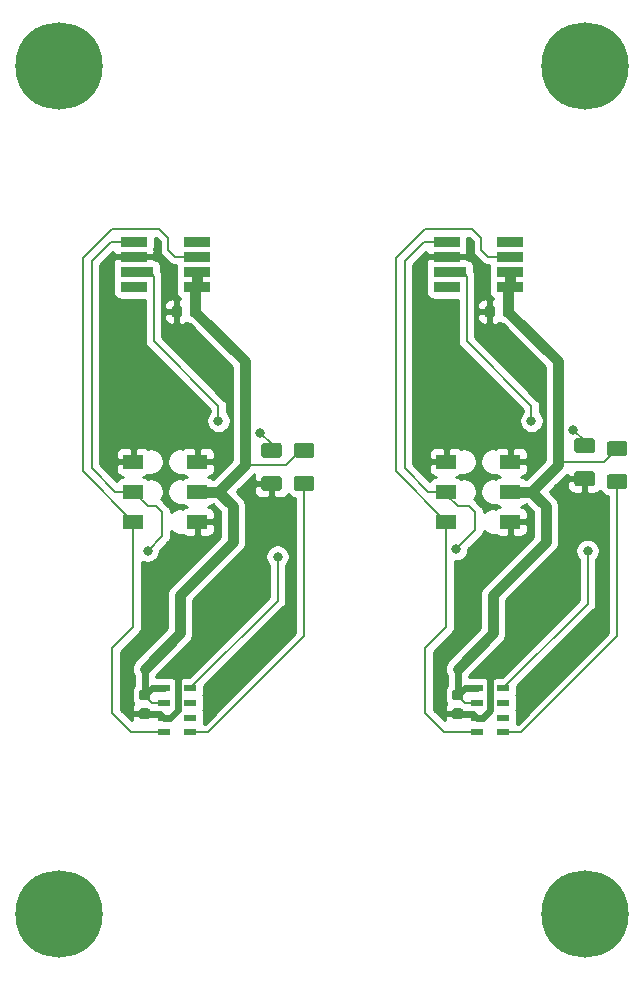
<source format=gbr>
G04 #@! TF.GenerationSoftware,KiCad,Pcbnew,(5.1.4)-1*
G04 #@! TF.CreationDate,2020-07-05T13:48:23-04:00*
G04 #@! TF.ProjectId,Pressure_sensor_daughterboard-MS5607-MS5803,50726573-7375-4726-955f-73656e736f72,1.2*
G04 #@! TF.SameCoordinates,Original*
G04 #@! TF.FileFunction,Copper,L1,Top*
G04 #@! TF.FilePolarity,Positive*
%FSLAX46Y46*%
G04 Gerber Fmt 4.6, Leading zero omitted, Abs format (unit mm)*
G04 Created by KiCad (PCBNEW (5.1.4)-1) date 2020-07-05 13:48:23*
%MOMM*%
%LPD*%
G04 APERTURE LIST*
%ADD10R,1.100000X0.600000*%
%ADD11R,2.250000X0.900000*%
%ADD12R,2.800000X0.900000*%
%ADD13C,0.100000*%
%ADD14C,1.250000*%
%ADD15R,1.680000X1.270000*%
%ADD16C,0.875000*%
%ADD17C,0.800000*%
%ADD18C,7.400000*%
%ADD19C,0.600000*%
%ADD20C,0.900000*%
%ADD21C,0.200000*%
%ADD22C,0.254000*%
G04 APERTURE END LIST*
D10*
X156600000Y-86125000D03*
X156600000Y-87375000D03*
X156600000Y-88625000D03*
X156600000Y-89875000D03*
X154400000Y-89875000D03*
X154400000Y-88625000D03*
X154400000Y-87375000D03*
X154400000Y-86125000D03*
D11*
X157180000Y-48350000D03*
X157180000Y-49600000D03*
X157180000Y-50900000D03*
X157180000Y-52150000D03*
X151820000Y-52150000D03*
D12*
X152090000Y-50900000D03*
D11*
X151820000Y-49600000D03*
X151820000Y-48350000D03*
D13*
G36*
X166899504Y-68026204D02*
G01*
X166923773Y-68029804D01*
X166947571Y-68035765D01*
X166970671Y-68044030D01*
X166992849Y-68054520D01*
X167013893Y-68067133D01*
X167033598Y-68081747D01*
X167051777Y-68098223D01*
X167068253Y-68116402D01*
X167082867Y-68136107D01*
X167095480Y-68157151D01*
X167105970Y-68179329D01*
X167114235Y-68202429D01*
X167120196Y-68226227D01*
X167123796Y-68250496D01*
X167125000Y-68275000D01*
X167125000Y-69025000D01*
X167123796Y-69049504D01*
X167120196Y-69073773D01*
X167114235Y-69097571D01*
X167105970Y-69120671D01*
X167095480Y-69142849D01*
X167082867Y-69163893D01*
X167068253Y-69183598D01*
X167051777Y-69201777D01*
X167033598Y-69218253D01*
X167013893Y-69232867D01*
X166992849Y-69245480D01*
X166970671Y-69255970D01*
X166947571Y-69264235D01*
X166923773Y-69270196D01*
X166899504Y-69273796D01*
X166875000Y-69275000D01*
X165625000Y-69275000D01*
X165600496Y-69273796D01*
X165576227Y-69270196D01*
X165552429Y-69264235D01*
X165529329Y-69255970D01*
X165507151Y-69245480D01*
X165486107Y-69232867D01*
X165466402Y-69218253D01*
X165448223Y-69201777D01*
X165431747Y-69183598D01*
X165417133Y-69163893D01*
X165404520Y-69142849D01*
X165394030Y-69120671D01*
X165385765Y-69097571D01*
X165379804Y-69073773D01*
X165376204Y-69049504D01*
X165375000Y-69025000D01*
X165375000Y-68275000D01*
X165376204Y-68250496D01*
X165379804Y-68226227D01*
X165385765Y-68202429D01*
X165394030Y-68179329D01*
X165404520Y-68157151D01*
X165417133Y-68136107D01*
X165431747Y-68116402D01*
X165448223Y-68098223D01*
X165466402Y-68081747D01*
X165486107Y-68067133D01*
X165507151Y-68054520D01*
X165529329Y-68044030D01*
X165552429Y-68035765D01*
X165576227Y-68029804D01*
X165600496Y-68026204D01*
X165625000Y-68025000D01*
X166875000Y-68025000D01*
X166899504Y-68026204D01*
X166899504Y-68026204D01*
G37*
D14*
X166250000Y-68650000D03*
D13*
G36*
X166899504Y-65226204D02*
G01*
X166923773Y-65229804D01*
X166947571Y-65235765D01*
X166970671Y-65244030D01*
X166992849Y-65254520D01*
X167013893Y-65267133D01*
X167033598Y-65281747D01*
X167051777Y-65298223D01*
X167068253Y-65316402D01*
X167082867Y-65336107D01*
X167095480Y-65357151D01*
X167105970Y-65379329D01*
X167114235Y-65402429D01*
X167120196Y-65426227D01*
X167123796Y-65450496D01*
X167125000Y-65475000D01*
X167125000Y-66225000D01*
X167123796Y-66249504D01*
X167120196Y-66273773D01*
X167114235Y-66297571D01*
X167105970Y-66320671D01*
X167095480Y-66342849D01*
X167082867Y-66363893D01*
X167068253Y-66383598D01*
X167051777Y-66401777D01*
X167033598Y-66418253D01*
X167013893Y-66432867D01*
X166992849Y-66445480D01*
X166970671Y-66455970D01*
X166947571Y-66464235D01*
X166923773Y-66470196D01*
X166899504Y-66473796D01*
X166875000Y-66475000D01*
X165625000Y-66475000D01*
X165600496Y-66473796D01*
X165576227Y-66470196D01*
X165552429Y-66464235D01*
X165529329Y-66455970D01*
X165507151Y-66445480D01*
X165486107Y-66432867D01*
X165466402Y-66418253D01*
X165448223Y-66401777D01*
X165431747Y-66383598D01*
X165417133Y-66363893D01*
X165404520Y-66342849D01*
X165394030Y-66320671D01*
X165385765Y-66297571D01*
X165379804Y-66273773D01*
X165376204Y-66249504D01*
X165375000Y-66225000D01*
X165375000Y-65475000D01*
X165376204Y-65450496D01*
X165379804Y-65426227D01*
X165385765Y-65402429D01*
X165394030Y-65379329D01*
X165404520Y-65357151D01*
X165417133Y-65336107D01*
X165431747Y-65316402D01*
X165448223Y-65298223D01*
X165466402Y-65281747D01*
X165486107Y-65267133D01*
X165507151Y-65254520D01*
X165529329Y-65244030D01*
X165552429Y-65235765D01*
X165576227Y-65229804D01*
X165600496Y-65226204D01*
X165625000Y-65225000D01*
X166875000Y-65225000D01*
X166899504Y-65226204D01*
X166899504Y-65226204D01*
G37*
D14*
X166250000Y-65850000D03*
D13*
G36*
X164149504Y-67776204D02*
G01*
X164173773Y-67779804D01*
X164197571Y-67785765D01*
X164220671Y-67794030D01*
X164242849Y-67804520D01*
X164263893Y-67817133D01*
X164283598Y-67831747D01*
X164301777Y-67848223D01*
X164318253Y-67866402D01*
X164332867Y-67886107D01*
X164345480Y-67907151D01*
X164355970Y-67929329D01*
X164364235Y-67952429D01*
X164370196Y-67976227D01*
X164373796Y-68000496D01*
X164375000Y-68025000D01*
X164375000Y-68775000D01*
X164373796Y-68799504D01*
X164370196Y-68823773D01*
X164364235Y-68847571D01*
X164355970Y-68870671D01*
X164345480Y-68892849D01*
X164332867Y-68913893D01*
X164318253Y-68933598D01*
X164301777Y-68951777D01*
X164283598Y-68968253D01*
X164263893Y-68982867D01*
X164242849Y-68995480D01*
X164220671Y-69005970D01*
X164197571Y-69014235D01*
X164173773Y-69020196D01*
X164149504Y-69023796D01*
X164125000Y-69025000D01*
X162875000Y-69025000D01*
X162850496Y-69023796D01*
X162826227Y-69020196D01*
X162802429Y-69014235D01*
X162779329Y-69005970D01*
X162757151Y-68995480D01*
X162736107Y-68982867D01*
X162716402Y-68968253D01*
X162698223Y-68951777D01*
X162681747Y-68933598D01*
X162667133Y-68913893D01*
X162654520Y-68892849D01*
X162644030Y-68870671D01*
X162635765Y-68847571D01*
X162629804Y-68823773D01*
X162626204Y-68799504D01*
X162625000Y-68775000D01*
X162625000Y-68025000D01*
X162626204Y-68000496D01*
X162629804Y-67976227D01*
X162635765Y-67952429D01*
X162644030Y-67929329D01*
X162654520Y-67907151D01*
X162667133Y-67886107D01*
X162681747Y-67866402D01*
X162698223Y-67848223D01*
X162716402Y-67831747D01*
X162736107Y-67817133D01*
X162757151Y-67804520D01*
X162779329Y-67794030D01*
X162802429Y-67785765D01*
X162826227Y-67779804D01*
X162850496Y-67776204D01*
X162875000Y-67775000D01*
X164125000Y-67775000D01*
X164149504Y-67776204D01*
X164149504Y-67776204D01*
G37*
D14*
X163500000Y-68400000D03*
D13*
G36*
X164149504Y-64976204D02*
G01*
X164173773Y-64979804D01*
X164197571Y-64985765D01*
X164220671Y-64994030D01*
X164242849Y-65004520D01*
X164263893Y-65017133D01*
X164283598Y-65031747D01*
X164301777Y-65048223D01*
X164318253Y-65066402D01*
X164332867Y-65086107D01*
X164345480Y-65107151D01*
X164355970Y-65129329D01*
X164364235Y-65152429D01*
X164370196Y-65176227D01*
X164373796Y-65200496D01*
X164375000Y-65225000D01*
X164375000Y-65975000D01*
X164373796Y-65999504D01*
X164370196Y-66023773D01*
X164364235Y-66047571D01*
X164355970Y-66070671D01*
X164345480Y-66092849D01*
X164332867Y-66113893D01*
X164318253Y-66133598D01*
X164301777Y-66151777D01*
X164283598Y-66168253D01*
X164263893Y-66182867D01*
X164242849Y-66195480D01*
X164220671Y-66205970D01*
X164197571Y-66214235D01*
X164173773Y-66220196D01*
X164149504Y-66223796D01*
X164125000Y-66225000D01*
X162875000Y-66225000D01*
X162850496Y-66223796D01*
X162826227Y-66220196D01*
X162802429Y-66214235D01*
X162779329Y-66205970D01*
X162757151Y-66195480D01*
X162736107Y-66182867D01*
X162716402Y-66168253D01*
X162698223Y-66151777D01*
X162681747Y-66133598D01*
X162667133Y-66113893D01*
X162654520Y-66092849D01*
X162644030Y-66070671D01*
X162635765Y-66047571D01*
X162629804Y-66023773D01*
X162626204Y-65999504D01*
X162625000Y-65975000D01*
X162625000Y-65225000D01*
X162626204Y-65200496D01*
X162629804Y-65176227D01*
X162635765Y-65152429D01*
X162644030Y-65129329D01*
X162654520Y-65107151D01*
X162667133Y-65086107D01*
X162681747Y-65066402D01*
X162698223Y-65048223D01*
X162716402Y-65031747D01*
X162736107Y-65017133D01*
X162757151Y-65004520D01*
X162779329Y-64994030D01*
X162802429Y-64985765D01*
X162826227Y-64979804D01*
X162850496Y-64976204D01*
X162875000Y-64975000D01*
X164125000Y-64975000D01*
X164149504Y-64976204D01*
X164149504Y-64976204D01*
G37*
D14*
X163500000Y-65600000D03*
D15*
X151780000Y-72040000D03*
X151780000Y-69500000D03*
X151780000Y-66960000D03*
X157220000Y-72040000D03*
X157220000Y-69500000D03*
X157220000Y-66960000D03*
D13*
G36*
X153027691Y-86276053D02*
G01*
X153048926Y-86279203D01*
X153069750Y-86284419D01*
X153089962Y-86291651D01*
X153109368Y-86300830D01*
X153127781Y-86311866D01*
X153145024Y-86324654D01*
X153160930Y-86339070D01*
X153175346Y-86354976D01*
X153188134Y-86372219D01*
X153199170Y-86390632D01*
X153208349Y-86410038D01*
X153215581Y-86430250D01*
X153220797Y-86451074D01*
X153223947Y-86472309D01*
X153225000Y-86493750D01*
X153225000Y-86931250D01*
X153223947Y-86952691D01*
X153220797Y-86973926D01*
X153215581Y-86994750D01*
X153208349Y-87014962D01*
X153199170Y-87034368D01*
X153188134Y-87052781D01*
X153175346Y-87070024D01*
X153160930Y-87085930D01*
X153145024Y-87100346D01*
X153127781Y-87113134D01*
X153109368Y-87124170D01*
X153089962Y-87133349D01*
X153069750Y-87140581D01*
X153048926Y-87145797D01*
X153027691Y-87148947D01*
X153006250Y-87150000D01*
X152493750Y-87150000D01*
X152472309Y-87148947D01*
X152451074Y-87145797D01*
X152430250Y-87140581D01*
X152410038Y-87133349D01*
X152390632Y-87124170D01*
X152372219Y-87113134D01*
X152354976Y-87100346D01*
X152339070Y-87085930D01*
X152324654Y-87070024D01*
X152311866Y-87052781D01*
X152300830Y-87034368D01*
X152291651Y-87014962D01*
X152284419Y-86994750D01*
X152279203Y-86973926D01*
X152276053Y-86952691D01*
X152275000Y-86931250D01*
X152275000Y-86493750D01*
X152276053Y-86472309D01*
X152279203Y-86451074D01*
X152284419Y-86430250D01*
X152291651Y-86410038D01*
X152300830Y-86390632D01*
X152311866Y-86372219D01*
X152324654Y-86354976D01*
X152339070Y-86339070D01*
X152354976Y-86324654D01*
X152372219Y-86311866D01*
X152390632Y-86300830D01*
X152410038Y-86291651D01*
X152430250Y-86284419D01*
X152451074Y-86279203D01*
X152472309Y-86276053D01*
X152493750Y-86275000D01*
X153006250Y-86275000D01*
X153027691Y-86276053D01*
X153027691Y-86276053D01*
G37*
D16*
X152750000Y-86712500D03*
D13*
G36*
X153027691Y-87851053D02*
G01*
X153048926Y-87854203D01*
X153069750Y-87859419D01*
X153089962Y-87866651D01*
X153109368Y-87875830D01*
X153127781Y-87886866D01*
X153145024Y-87899654D01*
X153160930Y-87914070D01*
X153175346Y-87929976D01*
X153188134Y-87947219D01*
X153199170Y-87965632D01*
X153208349Y-87985038D01*
X153215581Y-88005250D01*
X153220797Y-88026074D01*
X153223947Y-88047309D01*
X153225000Y-88068750D01*
X153225000Y-88506250D01*
X153223947Y-88527691D01*
X153220797Y-88548926D01*
X153215581Y-88569750D01*
X153208349Y-88589962D01*
X153199170Y-88609368D01*
X153188134Y-88627781D01*
X153175346Y-88645024D01*
X153160930Y-88660930D01*
X153145024Y-88675346D01*
X153127781Y-88688134D01*
X153109368Y-88699170D01*
X153089962Y-88708349D01*
X153069750Y-88715581D01*
X153048926Y-88720797D01*
X153027691Y-88723947D01*
X153006250Y-88725000D01*
X152493750Y-88725000D01*
X152472309Y-88723947D01*
X152451074Y-88720797D01*
X152430250Y-88715581D01*
X152410038Y-88708349D01*
X152390632Y-88699170D01*
X152372219Y-88688134D01*
X152354976Y-88675346D01*
X152339070Y-88660930D01*
X152324654Y-88645024D01*
X152311866Y-88627781D01*
X152300830Y-88609368D01*
X152291651Y-88589962D01*
X152284419Y-88569750D01*
X152279203Y-88548926D01*
X152276053Y-88527691D01*
X152275000Y-88506250D01*
X152275000Y-88068750D01*
X152276053Y-88047309D01*
X152279203Y-88026074D01*
X152284419Y-88005250D01*
X152291651Y-87985038D01*
X152300830Y-87965632D01*
X152311866Y-87947219D01*
X152324654Y-87929976D01*
X152339070Y-87914070D01*
X152354976Y-87899654D01*
X152372219Y-87886866D01*
X152390632Y-87875830D01*
X152410038Y-87866651D01*
X152430250Y-87859419D01*
X152451074Y-87854203D01*
X152472309Y-87851053D01*
X152493750Y-87850000D01*
X153006250Y-87850000D01*
X153027691Y-87851053D01*
X153027691Y-87851053D01*
G37*
D16*
X152750000Y-88287500D03*
D13*
G36*
X157277691Y-53776053D02*
G01*
X157298926Y-53779203D01*
X157319750Y-53784419D01*
X157339962Y-53791651D01*
X157359368Y-53800830D01*
X157377781Y-53811866D01*
X157395024Y-53824654D01*
X157410930Y-53839070D01*
X157425346Y-53854976D01*
X157438134Y-53872219D01*
X157449170Y-53890632D01*
X157458349Y-53910038D01*
X157465581Y-53930250D01*
X157470797Y-53951074D01*
X157473947Y-53972309D01*
X157475000Y-53993750D01*
X157475000Y-54506250D01*
X157473947Y-54527691D01*
X157470797Y-54548926D01*
X157465581Y-54569750D01*
X157458349Y-54589962D01*
X157449170Y-54609368D01*
X157438134Y-54627781D01*
X157425346Y-54645024D01*
X157410930Y-54660930D01*
X157395024Y-54675346D01*
X157377781Y-54688134D01*
X157359368Y-54699170D01*
X157339962Y-54708349D01*
X157319750Y-54715581D01*
X157298926Y-54720797D01*
X157277691Y-54723947D01*
X157256250Y-54725000D01*
X156818750Y-54725000D01*
X156797309Y-54723947D01*
X156776074Y-54720797D01*
X156755250Y-54715581D01*
X156735038Y-54708349D01*
X156715632Y-54699170D01*
X156697219Y-54688134D01*
X156679976Y-54675346D01*
X156664070Y-54660930D01*
X156649654Y-54645024D01*
X156636866Y-54627781D01*
X156625830Y-54609368D01*
X156616651Y-54589962D01*
X156609419Y-54569750D01*
X156604203Y-54548926D01*
X156601053Y-54527691D01*
X156600000Y-54506250D01*
X156600000Y-53993750D01*
X156601053Y-53972309D01*
X156604203Y-53951074D01*
X156609419Y-53930250D01*
X156616651Y-53910038D01*
X156625830Y-53890632D01*
X156636866Y-53872219D01*
X156649654Y-53854976D01*
X156664070Y-53839070D01*
X156679976Y-53824654D01*
X156697219Y-53811866D01*
X156715632Y-53800830D01*
X156735038Y-53791651D01*
X156755250Y-53784419D01*
X156776074Y-53779203D01*
X156797309Y-53776053D01*
X156818750Y-53775000D01*
X157256250Y-53775000D01*
X157277691Y-53776053D01*
X157277691Y-53776053D01*
G37*
D16*
X157037500Y-54250000D03*
D13*
G36*
X155702691Y-53776053D02*
G01*
X155723926Y-53779203D01*
X155744750Y-53784419D01*
X155764962Y-53791651D01*
X155784368Y-53800830D01*
X155802781Y-53811866D01*
X155820024Y-53824654D01*
X155835930Y-53839070D01*
X155850346Y-53854976D01*
X155863134Y-53872219D01*
X155874170Y-53890632D01*
X155883349Y-53910038D01*
X155890581Y-53930250D01*
X155895797Y-53951074D01*
X155898947Y-53972309D01*
X155900000Y-53993750D01*
X155900000Y-54506250D01*
X155898947Y-54527691D01*
X155895797Y-54548926D01*
X155890581Y-54569750D01*
X155883349Y-54589962D01*
X155874170Y-54609368D01*
X155863134Y-54627781D01*
X155850346Y-54645024D01*
X155835930Y-54660930D01*
X155820024Y-54675346D01*
X155802781Y-54688134D01*
X155784368Y-54699170D01*
X155764962Y-54708349D01*
X155744750Y-54715581D01*
X155723926Y-54720797D01*
X155702691Y-54723947D01*
X155681250Y-54725000D01*
X155243750Y-54725000D01*
X155222309Y-54723947D01*
X155201074Y-54720797D01*
X155180250Y-54715581D01*
X155160038Y-54708349D01*
X155140632Y-54699170D01*
X155122219Y-54688134D01*
X155104976Y-54675346D01*
X155089070Y-54660930D01*
X155074654Y-54645024D01*
X155061866Y-54627781D01*
X155050830Y-54609368D01*
X155041651Y-54589962D01*
X155034419Y-54569750D01*
X155029203Y-54548926D01*
X155026053Y-54527691D01*
X155025000Y-54506250D01*
X155025000Y-53993750D01*
X155026053Y-53972309D01*
X155029203Y-53951074D01*
X155034419Y-53930250D01*
X155041651Y-53910038D01*
X155050830Y-53890632D01*
X155061866Y-53872219D01*
X155074654Y-53854976D01*
X155089070Y-53839070D01*
X155104976Y-53824654D01*
X155122219Y-53811866D01*
X155140632Y-53800830D01*
X155160038Y-53791651D01*
X155180250Y-53784419D01*
X155201074Y-53779203D01*
X155222309Y-53776053D01*
X155243750Y-53775000D01*
X155681250Y-53775000D01*
X155702691Y-53776053D01*
X155702691Y-53776053D01*
G37*
D16*
X155462500Y-54250000D03*
D15*
X125280000Y-72040000D03*
X125280000Y-69500000D03*
X125280000Y-66960000D03*
X130720000Y-72040000D03*
X130720000Y-69500000D03*
X130720000Y-66960000D03*
D13*
G36*
X130777691Y-53776053D02*
G01*
X130798926Y-53779203D01*
X130819750Y-53784419D01*
X130839962Y-53791651D01*
X130859368Y-53800830D01*
X130877781Y-53811866D01*
X130895024Y-53824654D01*
X130910930Y-53839070D01*
X130925346Y-53854976D01*
X130938134Y-53872219D01*
X130949170Y-53890632D01*
X130958349Y-53910038D01*
X130965581Y-53930250D01*
X130970797Y-53951074D01*
X130973947Y-53972309D01*
X130975000Y-53993750D01*
X130975000Y-54506250D01*
X130973947Y-54527691D01*
X130970797Y-54548926D01*
X130965581Y-54569750D01*
X130958349Y-54589962D01*
X130949170Y-54609368D01*
X130938134Y-54627781D01*
X130925346Y-54645024D01*
X130910930Y-54660930D01*
X130895024Y-54675346D01*
X130877781Y-54688134D01*
X130859368Y-54699170D01*
X130839962Y-54708349D01*
X130819750Y-54715581D01*
X130798926Y-54720797D01*
X130777691Y-54723947D01*
X130756250Y-54725000D01*
X130318750Y-54725000D01*
X130297309Y-54723947D01*
X130276074Y-54720797D01*
X130255250Y-54715581D01*
X130235038Y-54708349D01*
X130215632Y-54699170D01*
X130197219Y-54688134D01*
X130179976Y-54675346D01*
X130164070Y-54660930D01*
X130149654Y-54645024D01*
X130136866Y-54627781D01*
X130125830Y-54609368D01*
X130116651Y-54589962D01*
X130109419Y-54569750D01*
X130104203Y-54548926D01*
X130101053Y-54527691D01*
X130100000Y-54506250D01*
X130100000Y-53993750D01*
X130101053Y-53972309D01*
X130104203Y-53951074D01*
X130109419Y-53930250D01*
X130116651Y-53910038D01*
X130125830Y-53890632D01*
X130136866Y-53872219D01*
X130149654Y-53854976D01*
X130164070Y-53839070D01*
X130179976Y-53824654D01*
X130197219Y-53811866D01*
X130215632Y-53800830D01*
X130235038Y-53791651D01*
X130255250Y-53784419D01*
X130276074Y-53779203D01*
X130297309Y-53776053D01*
X130318750Y-53775000D01*
X130756250Y-53775000D01*
X130777691Y-53776053D01*
X130777691Y-53776053D01*
G37*
D16*
X130537500Y-54250000D03*
D13*
G36*
X129202691Y-53776053D02*
G01*
X129223926Y-53779203D01*
X129244750Y-53784419D01*
X129264962Y-53791651D01*
X129284368Y-53800830D01*
X129302781Y-53811866D01*
X129320024Y-53824654D01*
X129335930Y-53839070D01*
X129350346Y-53854976D01*
X129363134Y-53872219D01*
X129374170Y-53890632D01*
X129383349Y-53910038D01*
X129390581Y-53930250D01*
X129395797Y-53951074D01*
X129398947Y-53972309D01*
X129400000Y-53993750D01*
X129400000Y-54506250D01*
X129398947Y-54527691D01*
X129395797Y-54548926D01*
X129390581Y-54569750D01*
X129383349Y-54589962D01*
X129374170Y-54609368D01*
X129363134Y-54627781D01*
X129350346Y-54645024D01*
X129335930Y-54660930D01*
X129320024Y-54675346D01*
X129302781Y-54688134D01*
X129284368Y-54699170D01*
X129264962Y-54708349D01*
X129244750Y-54715581D01*
X129223926Y-54720797D01*
X129202691Y-54723947D01*
X129181250Y-54725000D01*
X128743750Y-54725000D01*
X128722309Y-54723947D01*
X128701074Y-54720797D01*
X128680250Y-54715581D01*
X128660038Y-54708349D01*
X128640632Y-54699170D01*
X128622219Y-54688134D01*
X128604976Y-54675346D01*
X128589070Y-54660930D01*
X128574654Y-54645024D01*
X128561866Y-54627781D01*
X128550830Y-54609368D01*
X128541651Y-54589962D01*
X128534419Y-54569750D01*
X128529203Y-54548926D01*
X128526053Y-54527691D01*
X128525000Y-54506250D01*
X128525000Y-53993750D01*
X128526053Y-53972309D01*
X128529203Y-53951074D01*
X128534419Y-53930250D01*
X128541651Y-53910038D01*
X128550830Y-53890632D01*
X128561866Y-53872219D01*
X128574654Y-53854976D01*
X128589070Y-53839070D01*
X128604976Y-53824654D01*
X128622219Y-53811866D01*
X128640632Y-53800830D01*
X128660038Y-53791651D01*
X128680250Y-53784419D01*
X128701074Y-53779203D01*
X128722309Y-53776053D01*
X128743750Y-53775000D01*
X129181250Y-53775000D01*
X129202691Y-53776053D01*
X129202691Y-53776053D01*
G37*
D16*
X128962500Y-54250000D03*
D11*
X130680000Y-48350000D03*
X130680000Y-49600000D03*
X130680000Y-50900000D03*
X130680000Y-52150000D03*
X125320000Y-52150000D03*
D12*
X125590000Y-50900000D03*
D11*
X125320000Y-49600000D03*
X125320000Y-48350000D03*
D10*
X130100000Y-86125000D03*
X130100000Y-87375000D03*
X130100000Y-88625000D03*
X130100000Y-89875000D03*
X127900000Y-89875000D03*
X127900000Y-88625000D03*
X127900000Y-87375000D03*
X127900000Y-86125000D03*
D13*
G36*
X140399504Y-68176204D02*
G01*
X140423773Y-68179804D01*
X140447571Y-68185765D01*
X140470671Y-68194030D01*
X140492849Y-68204520D01*
X140513893Y-68217133D01*
X140533598Y-68231747D01*
X140551777Y-68248223D01*
X140568253Y-68266402D01*
X140582867Y-68286107D01*
X140595480Y-68307151D01*
X140605970Y-68329329D01*
X140614235Y-68352429D01*
X140620196Y-68376227D01*
X140623796Y-68400496D01*
X140625000Y-68425000D01*
X140625000Y-69175000D01*
X140623796Y-69199504D01*
X140620196Y-69223773D01*
X140614235Y-69247571D01*
X140605970Y-69270671D01*
X140595480Y-69292849D01*
X140582867Y-69313893D01*
X140568253Y-69333598D01*
X140551777Y-69351777D01*
X140533598Y-69368253D01*
X140513893Y-69382867D01*
X140492849Y-69395480D01*
X140470671Y-69405970D01*
X140447571Y-69414235D01*
X140423773Y-69420196D01*
X140399504Y-69423796D01*
X140375000Y-69425000D01*
X139125000Y-69425000D01*
X139100496Y-69423796D01*
X139076227Y-69420196D01*
X139052429Y-69414235D01*
X139029329Y-69405970D01*
X139007151Y-69395480D01*
X138986107Y-69382867D01*
X138966402Y-69368253D01*
X138948223Y-69351777D01*
X138931747Y-69333598D01*
X138917133Y-69313893D01*
X138904520Y-69292849D01*
X138894030Y-69270671D01*
X138885765Y-69247571D01*
X138879804Y-69223773D01*
X138876204Y-69199504D01*
X138875000Y-69175000D01*
X138875000Y-68425000D01*
X138876204Y-68400496D01*
X138879804Y-68376227D01*
X138885765Y-68352429D01*
X138894030Y-68329329D01*
X138904520Y-68307151D01*
X138917133Y-68286107D01*
X138931747Y-68266402D01*
X138948223Y-68248223D01*
X138966402Y-68231747D01*
X138986107Y-68217133D01*
X139007151Y-68204520D01*
X139029329Y-68194030D01*
X139052429Y-68185765D01*
X139076227Y-68179804D01*
X139100496Y-68176204D01*
X139125000Y-68175000D01*
X140375000Y-68175000D01*
X140399504Y-68176204D01*
X140399504Y-68176204D01*
G37*
D14*
X139750000Y-68800000D03*
D13*
G36*
X140399504Y-65376204D02*
G01*
X140423773Y-65379804D01*
X140447571Y-65385765D01*
X140470671Y-65394030D01*
X140492849Y-65404520D01*
X140513893Y-65417133D01*
X140533598Y-65431747D01*
X140551777Y-65448223D01*
X140568253Y-65466402D01*
X140582867Y-65486107D01*
X140595480Y-65507151D01*
X140605970Y-65529329D01*
X140614235Y-65552429D01*
X140620196Y-65576227D01*
X140623796Y-65600496D01*
X140625000Y-65625000D01*
X140625000Y-66375000D01*
X140623796Y-66399504D01*
X140620196Y-66423773D01*
X140614235Y-66447571D01*
X140605970Y-66470671D01*
X140595480Y-66492849D01*
X140582867Y-66513893D01*
X140568253Y-66533598D01*
X140551777Y-66551777D01*
X140533598Y-66568253D01*
X140513893Y-66582867D01*
X140492849Y-66595480D01*
X140470671Y-66605970D01*
X140447571Y-66614235D01*
X140423773Y-66620196D01*
X140399504Y-66623796D01*
X140375000Y-66625000D01*
X139125000Y-66625000D01*
X139100496Y-66623796D01*
X139076227Y-66620196D01*
X139052429Y-66614235D01*
X139029329Y-66605970D01*
X139007151Y-66595480D01*
X138986107Y-66582867D01*
X138966402Y-66568253D01*
X138948223Y-66551777D01*
X138931747Y-66533598D01*
X138917133Y-66513893D01*
X138904520Y-66492849D01*
X138894030Y-66470671D01*
X138885765Y-66447571D01*
X138879804Y-66423773D01*
X138876204Y-66399504D01*
X138875000Y-66375000D01*
X138875000Y-65625000D01*
X138876204Y-65600496D01*
X138879804Y-65576227D01*
X138885765Y-65552429D01*
X138894030Y-65529329D01*
X138904520Y-65507151D01*
X138917133Y-65486107D01*
X138931747Y-65466402D01*
X138948223Y-65448223D01*
X138966402Y-65431747D01*
X138986107Y-65417133D01*
X139007151Y-65404520D01*
X139029329Y-65394030D01*
X139052429Y-65385765D01*
X139076227Y-65379804D01*
X139100496Y-65376204D01*
X139125000Y-65375000D01*
X140375000Y-65375000D01*
X140399504Y-65376204D01*
X140399504Y-65376204D01*
G37*
D14*
X139750000Y-66000000D03*
D13*
G36*
X137649504Y-68176204D02*
G01*
X137673773Y-68179804D01*
X137697571Y-68185765D01*
X137720671Y-68194030D01*
X137742849Y-68204520D01*
X137763893Y-68217133D01*
X137783598Y-68231747D01*
X137801777Y-68248223D01*
X137818253Y-68266402D01*
X137832867Y-68286107D01*
X137845480Y-68307151D01*
X137855970Y-68329329D01*
X137864235Y-68352429D01*
X137870196Y-68376227D01*
X137873796Y-68400496D01*
X137875000Y-68425000D01*
X137875000Y-69175000D01*
X137873796Y-69199504D01*
X137870196Y-69223773D01*
X137864235Y-69247571D01*
X137855970Y-69270671D01*
X137845480Y-69292849D01*
X137832867Y-69313893D01*
X137818253Y-69333598D01*
X137801777Y-69351777D01*
X137783598Y-69368253D01*
X137763893Y-69382867D01*
X137742849Y-69395480D01*
X137720671Y-69405970D01*
X137697571Y-69414235D01*
X137673773Y-69420196D01*
X137649504Y-69423796D01*
X137625000Y-69425000D01*
X136375000Y-69425000D01*
X136350496Y-69423796D01*
X136326227Y-69420196D01*
X136302429Y-69414235D01*
X136279329Y-69405970D01*
X136257151Y-69395480D01*
X136236107Y-69382867D01*
X136216402Y-69368253D01*
X136198223Y-69351777D01*
X136181747Y-69333598D01*
X136167133Y-69313893D01*
X136154520Y-69292849D01*
X136144030Y-69270671D01*
X136135765Y-69247571D01*
X136129804Y-69223773D01*
X136126204Y-69199504D01*
X136125000Y-69175000D01*
X136125000Y-68425000D01*
X136126204Y-68400496D01*
X136129804Y-68376227D01*
X136135765Y-68352429D01*
X136144030Y-68329329D01*
X136154520Y-68307151D01*
X136167133Y-68286107D01*
X136181747Y-68266402D01*
X136198223Y-68248223D01*
X136216402Y-68231747D01*
X136236107Y-68217133D01*
X136257151Y-68204520D01*
X136279329Y-68194030D01*
X136302429Y-68185765D01*
X136326227Y-68179804D01*
X136350496Y-68176204D01*
X136375000Y-68175000D01*
X137625000Y-68175000D01*
X137649504Y-68176204D01*
X137649504Y-68176204D01*
G37*
D14*
X137000000Y-68800000D03*
D13*
G36*
X137649504Y-65376204D02*
G01*
X137673773Y-65379804D01*
X137697571Y-65385765D01*
X137720671Y-65394030D01*
X137742849Y-65404520D01*
X137763893Y-65417133D01*
X137783598Y-65431747D01*
X137801777Y-65448223D01*
X137818253Y-65466402D01*
X137832867Y-65486107D01*
X137845480Y-65507151D01*
X137855970Y-65529329D01*
X137864235Y-65552429D01*
X137870196Y-65576227D01*
X137873796Y-65600496D01*
X137875000Y-65625000D01*
X137875000Y-66375000D01*
X137873796Y-66399504D01*
X137870196Y-66423773D01*
X137864235Y-66447571D01*
X137855970Y-66470671D01*
X137845480Y-66492849D01*
X137832867Y-66513893D01*
X137818253Y-66533598D01*
X137801777Y-66551777D01*
X137783598Y-66568253D01*
X137763893Y-66582867D01*
X137742849Y-66595480D01*
X137720671Y-66605970D01*
X137697571Y-66614235D01*
X137673773Y-66620196D01*
X137649504Y-66623796D01*
X137625000Y-66625000D01*
X136375000Y-66625000D01*
X136350496Y-66623796D01*
X136326227Y-66620196D01*
X136302429Y-66614235D01*
X136279329Y-66605970D01*
X136257151Y-66595480D01*
X136236107Y-66582867D01*
X136216402Y-66568253D01*
X136198223Y-66551777D01*
X136181747Y-66533598D01*
X136167133Y-66513893D01*
X136154520Y-66492849D01*
X136144030Y-66470671D01*
X136135765Y-66447571D01*
X136129804Y-66423773D01*
X136126204Y-66399504D01*
X136125000Y-66375000D01*
X136125000Y-65625000D01*
X136126204Y-65600496D01*
X136129804Y-65576227D01*
X136135765Y-65552429D01*
X136144030Y-65529329D01*
X136154520Y-65507151D01*
X136167133Y-65486107D01*
X136181747Y-65466402D01*
X136198223Y-65448223D01*
X136216402Y-65431747D01*
X136236107Y-65417133D01*
X136257151Y-65404520D01*
X136279329Y-65394030D01*
X136302429Y-65385765D01*
X136326227Y-65379804D01*
X136350496Y-65376204D01*
X136375000Y-65375000D01*
X137625000Y-65375000D01*
X137649504Y-65376204D01*
X137649504Y-65376204D01*
G37*
D14*
X137000000Y-66000000D03*
D17*
X165462221Y-103287779D03*
X163500000Y-102475000D03*
X161537779Y-103287779D03*
X160725000Y-105250000D03*
X161537779Y-107212221D03*
X163500000Y-108025000D03*
X165462221Y-107212221D03*
X166275000Y-105250000D03*
D18*
X163500000Y-105250000D03*
D17*
X120962221Y-103287779D03*
X119000000Y-102475000D03*
X117037779Y-103287779D03*
X116225000Y-105250000D03*
X117037779Y-107212221D03*
X119000000Y-108025000D03*
X120962221Y-107212221D03*
X121775000Y-105250000D03*
D18*
X119000000Y-105250000D03*
D17*
X165462221Y-31537779D03*
X163500000Y-30725000D03*
X161537779Y-31537779D03*
X160725000Y-33500000D03*
X161537779Y-35462221D03*
X163500000Y-36275000D03*
X165462221Y-35462221D03*
X166275000Y-33500000D03*
D18*
X163500000Y-33500000D03*
D17*
X120962221Y-31537779D03*
X119000000Y-30725000D03*
X117037779Y-31537779D03*
X116225000Y-33500000D03*
X117037779Y-35462221D03*
X119000000Y-36275000D03*
X120962221Y-35462221D03*
X121775000Y-33500000D03*
D18*
X119000000Y-33500000D03*
D13*
G36*
X126527691Y-86276053D02*
G01*
X126548926Y-86279203D01*
X126569750Y-86284419D01*
X126589962Y-86291651D01*
X126609368Y-86300830D01*
X126627781Y-86311866D01*
X126645024Y-86324654D01*
X126660930Y-86339070D01*
X126675346Y-86354976D01*
X126688134Y-86372219D01*
X126699170Y-86390632D01*
X126708349Y-86410038D01*
X126715581Y-86430250D01*
X126720797Y-86451074D01*
X126723947Y-86472309D01*
X126725000Y-86493750D01*
X126725000Y-86931250D01*
X126723947Y-86952691D01*
X126720797Y-86973926D01*
X126715581Y-86994750D01*
X126708349Y-87014962D01*
X126699170Y-87034368D01*
X126688134Y-87052781D01*
X126675346Y-87070024D01*
X126660930Y-87085930D01*
X126645024Y-87100346D01*
X126627781Y-87113134D01*
X126609368Y-87124170D01*
X126589962Y-87133349D01*
X126569750Y-87140581D01*
X126548926Y-87145797D01*
X126527691Y-87148947D01*
X126506250Y-87150000D01*
X125993750Y-87150000D01*
X125972309Y-87148947D01*
X125951074Y-87145797D01*
X125930250Y-87140581D01*
X125910038Y-87133349D01*
X125890632Y-87124170D01*
X125872219Y-87113134D01*
X125854976Y-87100346D01*
X125839070Y-87085930D01*
X125824654Y-87070024D01*
X125811866Y-87052781D01*
X125800830Y-87034368D01*
X125791651Y-87014962D01*
X125784419Y-86994750D01*
X125779203Y-86973926D01*
X125776053Y-86952691D01*
X125775000Y-86931250D01*
X125775000Y-86493750D01*
X125776053Y-86472309D01*
X125779203Y-86451074D01*
X125784419Y-86430250D01*
X125791651Y-86410038D01*
X125800830Y-86390632D01*
X125811866Y-86372219D01*
X125824654Y-86354976D01*
X125839070Y-86339070D01*
X125854976Y-86324654D01*
X125872219Y-86311866D01*
X125890632Y-86300830D01*
X125910038Y-86291651D01*
X125930250Y-86284419D01*
X125951074Y-86279203D01*
X125972309Y-86276053D01*
X125993750Y-86275000D01*
X126506250Y-86275000D01*
X126527691Y-86276053D01*
X126527691Y-86276053D01*
G37*
D16*
X126250000Y-86712500D03*
D13*
G36*
X126527691Y-87851053D02*
G01*
X126548926Y-87854203D01*
X126569750Y-87859419D01*
X126589962Y-87866651D01*
X126609368Y-87875830D01*
X126627781Y-87886866D01*
X126645024Y-87899654D01*
X126660930Y-87914070D01*
X126675346Y-87929976D01*
X126688134Y-87947219D01*
X126699170Y-87965632D01*
X126708349Y-87985038D01*
X126715581Y-88005250D01*
X126720797Y-88026074D01*
X126723947Y-88047309D01*
X126725000Y-88068750D01*
X126725000Y-88506250D01*
X126723947Y-88527691D01*
X126720797Y-88548926D01*
X126715581Y-88569750D01*
X126708349Y-88589962D01*
X126699170Y-88609368D01*
X126688134Y-88627781D01*
X126675346Y-88645024D01*
X126660930Y-88660930D01*
X126645024Y-88675346D01*
X126627781Y-88688134D01*
X126609368Y-88699170D01*
X126589962Y-88708349D01*
X126569750Y-88715581D01*
X126548926Y-88720797D01*
X126527691Y-88723947D01*
X126506250Y-88725000D01*
X125993750Y-88725000D01*
X125972309Y-88723947D01*
X125951074Y-88720797D01*
X125930250Y-88715581D01*
X125910038Y-88708349D01*
X125890632Y-88699170D01*
X125872219Y-88688134D01*
X125854976Y-88675346D01*
X125839070Y-88660930D01*
X125824654Y-88645024D01*
X125811866Y-88627781D01*
X125800830Y-88609368D01*
X125791651Y-88589962D01*
X125784419Y-88569750D01*
X125779203Y-88548926D01*
X125776053Y-88527691D01*
X125775000Y-88506250D01*
X125775000Y-88068750D01*
X125776053Y-88047309D01*
X125779203Y-88026074D01*
X125784419Y-88005250D01*
X125791651Y-87985038D01*
X125800830Y-87965632D01*
X125811866Y-87947219D01*
X125824654Y-87929976D01*
X125839070Y-87914070D01*
X125854976Y-87899654D01*
X125872219Y-87886866D01*
X125890632Y-87875830D01*
X125910038Y-87866651D01*
X125930250Y-87859419D01*
X125951074Y-87854203D01*
X125972309Y-87851053D01*
X125993750Y-87850000D01*
X126506250Y-87850000D01*
X126527691Y-87851053D01*
X126527691Y-87851053D01*
G37*
D16*
X126250000Y-88287500D03*
D17*
X133000000Y-65750000D03*
X123000000Y-64250000D03*
X131000000Y-64250000D03*
X127500000Y-64250000D03*
X130750000Y-74250000D03*
X128000000Y-74500000D03*
X157250000Y-64250000D03*
X149500000Y-64250000D03*
X153500000Y-64250000D03*
X157250000Y-74250000D03*
X154500000Y-74500000D03*
X138000000Y-71250000D03*
X135500000Y-74750000D03*
X164750000Y-70500000D03*
X162000000Y-74500000D03*
X159500000Y-65500000D03*
X132500000Y-63500000D03*
X136000000Y-64500000D03*
X137500000Y-75000000D03*
X126500000Y-74500000D03*
X152625000Y-74375000D03*
X163750000Y-74500000D03*
X159000000Y-63500000D03*
X162500000Y-64250000D03*
D19*
X155500000Y-85500000D02*
X155500000Y-88000000D01*
D20*
X130537500Y-52292500D02*
X130680000Y-52150000D01*
X130537500Y-54250000D02*
X130537500Y-52292500D01*
X130680000Y-50900000D02*
X130680000Y-52150000D01*
X132500000Y-69500000D02*
X130720000Y-69500000D01*
X134750000Y-58462500D02*
X130537500Y-54250000D01*
X132500000Y-69500000D02*
X134750000Y-67250000D01*
D19*
X126837500Y-86125000D02*
X126250000Y-86712500D01*
X127900000Y-86125000D02*
X126837500Y-86125000D01*
X126250000Y-86712500D02*
X126250000Y-84500000D01*
D20*
X126250000Y-84500000D02*
X129250000Y-81500000D01*
X129250000Y-81500000D02*
X129250000Y-78250000D01*
X129250000Y-78250000D02*
X133750000Y-73750000D01*
D21*
X126912500Y-87375000D02*
X126250000Y-86712500D01*
X127900000Y-87375000D02*
X126912500Y-87375000D01*
D20*
X157037500Y-52292500D02*
X157180000Y-52150000D01*
X157037500Y-54250000D02*
X157037500Y-52292500D01*
X157180000Y-50900000D02*
X157180000Y-52150000D01*
X159000000Y-69500000D02*
X157220000Y-69500000D01*
X161250000Y-58462500D02*
X157037500Y-54250000D01*
X159000000Y-69500000D02*
X161250000Y-67250000D01*
D19*
X153337500Y-86125000D02*
X152750000Y-86712500D01*
X154400000Y-86125000D02*
X153337500Y-86125000D01*
X152750000Y-86712500D02*
X152750000Y-84500000D01*
D20*
X152750000Y-84500000D02*
X155750000Y-81500000D01*
X155750000Y-81500000D02*
X155750000Y-78250000D01*
X155750000Y-78250000D02*
X160250000Y-73750000D01*
D21*
X153412500Y-87375000D02*
X152750000Y-86712500D01*
X154400000Y-87375000D02*
X153412500Y-87375000D01*
D20*
X133750000Y-70750000D02*
X132500000Y-69500000D01*
X133750000Y-73750000D02*
X133750000Y-70750000D01*
X160250000Y-70750000D02*
X159000000Y-69500000D01*
X160250000Y-73750000D02*
X160250000Y-70750000D01*
D21*
X165100000Y-67000000D02*
X166250000Y-65850000D01*
X161250000Y-67250000D02*
X161500000Y-67000000D01*
X161500000Y-67000000D02*
X165100000Y-67000000D01*
X138250000Y-67250000D02*
X134750000Y-67250000D01*
X139750000Y-66000000D02*
X139500000Y-66000000D01*
X139500000Y-66000000D02*
X138250000Y-67250000D01*
D20*
X161250000Y-66500000D02*
X161250000Y-58500000D01*
X161250000Y-67250000D02*
X161250000Y-66500000D01*
X134750000Y-61500000D02*
X134750000Y-58500000D01*
X134750000Y-67250000D02*
X134750000Y-61500000D01*
D19*
X127562500Y-88287500D02*
X127900000Y-88625000D01*
X126250000Y-88287500D02*
X127562500Y-88287500D01*
X154062500Y-88287500D02*
X154400000Y-88625000D01*
X152750000Y-88287500D02*
X154062500Y-88287500D01*
X154875000Y-88625000D02*
X155500000Y-88000000D01*
X154400000Y-88625000D02*
X154875000Y-88625000D01*
X127900000Y-88625000D02*
X128375000Y-88625000D01*
X129049999Y-87950001D02*
X129049999Y-85049999D01*
X128375000Y-88625000D02*
X129049999Y-87950001D01*
D21*
X125320000Y-48350000D02*
X123400000Y-48350000D01*
X123400000Y-48350000D02*
X121750000Y-50000000D01*
X125280000Y-80970000D02*
X123500000Y-82750000D01*
X123500000Y-82750000D02*
X123500000Y-88250000D01*
X125125000Y-89875000D02*
X127900000Y-89875000D01*
X123500000Y-88250000D02*
X125125000Y-89875000D01*
X126650000Y-50900000D02*
X125590000Y-50900000D01*
X127000000Y-51250000D02*
X126650000Y-50900000D01*
X127000000Y-56750000D02*
X127000000Y-51250000D01*
X132500000Y-62250000D02*
X127000000Y-56750000D01*
X137000000Y-66000000D02*
X137000000Y-65500000D01*
X137000000Y-65500000D02*
X136000000Y-64500000D01*
X132500000Y-63500000D02*
X132500000Y-62250000D01*
X139750000Y-81750000D02*
X139750000Y-68800000D01*
X130100000Y-89875000D02*
X131625000Y-89875000D01*
X131625000Y-89875000D02*
X139750000Y-81750000D01*
X125280000Y-72040000D02*
X125280000Y-80970000D01*
X128850000Y-49600000D02*
X130680000Y-49600000D01*
X128250000Y-49000000D02*
X128850000Y-49600000D01*
X128250000Y-48000000D02*
X128250000Y-49000000D01*
X125280000Y-72030000D02*
X121000000Y-67750000D01*
X125280000Y-72040000D02*
X125280000Y-72030000D01*
X121000000Y-67750000D02*
X121000000Y-49750000D01*
X121000000Y-49750000D02*
X123500000Y-47250000D01*
X123500000Y-47250000D02*
X127500000Y-47250000D01*
X127500000Y-47250000D02*
X128250000Y-48000000D01*
X123750000Y-69500000D02*
X125280000Y-69500000D01*
X121750000Y-50000000D02*
X121750000Y-67500000D01*
X121750000Y-67500000D02*
X123750000Y-69500000D01*
X137500000Y-78725000D02*
X130100000Y-86125000D01*
X137500000Y-75000000D02*
X137500000Y-78725000D01*
X127250000Y-70750000D02*
X127750000Y-71250000D01*
X127750000Y-71250000D02*
X127750000Y-73250000D01*
X125280000Y-69500000D02*
X126530000Y-70750000D01*
X127750000Y-73250000D02*
X126500000Y-74500000D01*
X126530000Y-70750000D02*
X127250000Y-70750000D01*
X151780000Y-80970000D02*
X150000000Y-82750000D01*
X150000000Y-82750000D02*
X150000000Y-88250000D01*
X151625000Y-89875000D02*
X154400000Y-89875000D01*
X150000000Y-88250000D02*
X151625000Y-89875000D01*
X151780000Y-80970000D02*
X151780000Y-72040000D01*
X155350000Y-49600000D02*
X157180000Y-49600000D01*
X154750000Y-49000000D02*
X155350000Y-49600000D01*
X154750000Y-48000000D02*
X154750000Y-49000000D01*
X151780000Y-72040000D02*
X151780000Y-72030000D01*
X147500000Y-67750000D02*
X147500000Y-49750000D01*
X147500000Y-49750000D02*
X150000000Y-47250000D01*
X151780000Y-72030000D02*
X147500000Y-67750000D01*
X150000000Y-47250000D02*
X154000000Y-47250000D01*
X154000000Y-47250000D02*
X154750000Y-48000000D01*
X151820000Y-48350000D02*
X149900000Y-48350000D01*
X149900000Y-48350000D02*
X148250000Y-50000000D01*
X151780000Y-69780000D02*
X152750000Y-70750000D01*
X151780000Y-69500000D02*
X151780000Y-69780000D01*
X152750000Y-70750000D02*
X153750000Y-70750000D01*
X153750000Y-70750000D02*
X154250000Y-71250000D01*
X154250000Y-71250000D02*
X154250000Y-72750000D01*
X150250000Y-69500000D02*
X151780000Y-69500000D01*
X148250000Y-50000000D02*
X148250000Y-67500000D01*
X148250000Y-67500000D02*
X150250000Y-69500000D01*
X152625000Y-74375000D02*
X152500000Y-74500000D01*
X154250000Y-72750000D02*
X152625000Y-74375000D01*
X163750000Y-78975000D02*
X156600000Y-86125000D01*
X163750000Y-74500000D02*
X163750000Y-78975000D01*
X153150000Y-50900000D02*
X152090000Y-50900000D01*
X153500000Y-51250000D02*
X153150000Y-50900000D01*
X153500000Y-56750000D02*
X153500000Y-51250000D01*
X159000000Y-62250000D02*
X153500000Y-56750000D01*
X163500000Y-65600000D02*
X163500000Y-65250000D01*
X163500000Y-65250000D02*
X162500000Y-64250000D01*
X159000000Y-63500000D02*
X159000000Y-62250000D01*
X166250000Y-81750000D02*
X166250000Y-68650000D01*
X156600000Y-89875000D02*
X158125000Y-89875000D01*
X158125000Y-89875000D02*
X166250000Y-81750000D01*
D22*
G36*
X135499188Y-68050518D02*
G01*
X135486928Y-68175000D01*
X135490000Y-68514250D01*
X135648750Y-68673000D01*
X136873000Y-68673000D01*
X136873000Y-68653000D01*
X137127000Y-68653000D01*
X137127000Y-68673000D01*
X137147000Y-68673000D01*
X137147000Y-68927000D01*
X137127000Y-68927000D01*
X137127000Y-69901250D01*
X137285750Y-70060000D01*
X137875000Y-70063072D01*
X137999482Y-70050812D01*
X138119180Y-70014502D01*
X138229494Y-69955537D01*
X138326185Y-69876185D01*
X138405537Y-69779494D01*
X138434031Y-69726187D01*
X138497038Y-69802962D01*
X138631614Y-69913405D01*
X138785150Y-69995472D01*
X138951746Y-70046008D01*
X139015001Y-70052238D01*
X139015000Y-81445553D01*
X131320554Y-89140000D01*
X131248354Y-89140000D01*
X131275812Y-89049482D01*
X131288072Y-88925000D01*
X131288072Y-88325000D01*
X131275812Y-88200518D01*
X131239502Y-88080820D01*
X131196302Y-88000000D01*
X131239502Y-87919180D01*
X131275812Y-87799482D01*
X131288072Y-87675000D01*
X131288072Y-87075000D01*
X131275812Y-86950518D01*
X131239502Y-86830820D01*
X131196302Y-86750000D01*
X131239502Y-86669180D01*
X131275812Y-86549482D01*
X131288072Y-86425000D01*
X131288072Y-85976374D01*
X137994193Y-79270254D01*
X138022238Y-79247238D01*
X138114087Y-79135320D01*
X138182337Y-79007633D01*
X138224365Y-78869085D01*
X138235000Y-78761105D01*
X138235000Y-78761096D01*
X138238555Y-78725001D01*
X138235000Y-78688906D01*
X138235000Y-75728711D01*
X138303937Y-75659774D01*
X138417205Y-75490256D01*
X138495226Y-75301898D01*
X138535000Y-75101939D01*
X138535000Y-74898061D01*
X138495226Y-74698102D01*
X138417205Y-74509744D01*
X138303937Y-74340226D01*
X138159774Y-74196063D01*
X137990256Y-74082795D01*
X137801898Y-74004774D01*
X137601939Y-73965000D01*
X137398061Y-73965000D01*
X137198102Y-74004774D01*
X137009744Y-74082795D01*
X136840226Y-74196063D01*
X136696063Y-74340226D01*
X136582795Y-74509744D01*
X136504774Y-74698102D01*
X136465000Y-74898061D01*
X136465000Y-75101939D01*
X136504774Y-75301898D01*
X136582795Y-75490256D01*
X136696063Y-75659774D01*
X136765000Y-75728711D01*
X136765001Y-78420552D01*
X129998626Y-85186928D01*
X129550000Y-85186928D01*
X129425518Y-85199188D01*
X129305820Y-85235498D01*
X129195506Y-85294463D01*
X129098815Y-85373815D01*
X129019463Y-85470506D01*
X129000000Y-85506918D01*
X128980537Y-85470506D01*
X128901185Y-85373815D01*
X128804494Y-85294463D01*
X128694180Y-85235498D01*
X128574482Y-85199188D01*
X128450000Y-85186928D01*
X127350000Y-85186928D01*
X127318808Y-85190000D01*
X127185000Y-85190000D01*
X127185000Y-85099421D01*
X129979531Y-82304891D01*
X130020922Y-82270922D01*
X130054891Y-82229531D01*
X130054895Y-82229527D01*
X130098343Y-82176585D01*
X130156509Y-82105710D01*
X130257259Y-81917220D01*
X130319300Y-81712697D01*
X130335000Y-81553294D01*
X130335000Y-81553286D01*
X130340248Y-81500000D01*
X130335000Y-81446714D01*
X130335000Y-78699421D01*
X134479531Y-74554891D01*
X134520922Y-74520922D01*
X134554891Y-74479531D01*
X134554895Y-74479527D01*
X134621752Y-74398061D01*
X134656509Y-74355710D01*
X134757259Y-74167220D01*
X134815761Y-73974365D01*
X134819300Y-73962698D01*
X134831362Y-73840226D01*
X134835000Y-73803294D01*
X134835000Y-73803287D01*
X134840248Y-73750001D01*
X134835000Y-73696715D01*
X134835000Y-70803286D01*
X134840248Y-70750000D01*
X134835000Y-70696714D01*
X134835000Y-70696706D01*
X134819300Y-70537303D01*
X134757259Y-70332780D01*
X134656509Y-70144290D01*
X134589855Y-70063072D01*
X134554895Y-70020473D01*
X134554891Y-70020469D01*
X134520922Y-69979078D01*
X134479531Y-69945109D01*
X134034421Y-69500000D01*
X134109421Y-69425000D01*
X135486928Y-69425000D01*
X135499188Y-69549482D01*
X135535498Y-69669180D01*
X135594463Y-69779494D01*
X135673815Y-69876185D01*
X135770506Y-69955537D01*
X135880820Y-70014502D01*
X136000518Y-70050812D01*
X136125000Y-70063072D01*
X136714250Y-70060000D01*
X136873000Y-69901250D01*
X136873000Y-68927000D01*
X135648750Y-68927000D01*
X135490000Y-69085750D01*
X135486928Y-69425000D01*
X134109421Y-69425000D01*
X135479526Y-68054895D01*
X135503938Y-68034861D01*
X135499188Y-68050518D01*
X135499188Y-68050518D01*
G37*
X135499188Y-68050518D02*
X135486928Y-68175000D01*
X135490000Y-68514250D01*
X135648750Y-68673000D01*
X136873000Y-68673000D01*
X136873000Y-68653000D01*
X137127000Y-68653000D01*
X137127000Y-68673000D01*
X137147000Y-68673000D01*
X137147000Y-68927000D01*
X137127000Y-68927000D01*
X137127000Y-69901250D01*
X137285750Y-70060000D01*
X137875000Y-70063072D01*
X137999482Y-70050812D01*
X138119180Y-70014502D01*
X138229494Y-69955537D01*
X138326185Y-69876185D01*
X138405537Y-69779494D01*
X138434031Y-69726187D01*
X138497038Y-69802962D01*
X138631614Y-69913405D01*
X138785150Y-69995472D01*
X138951746Y-70046008D01*
X139015001Y-70052238D01*
X139015000Y-81445553D01*
X131320554Y-89140000D01*
X131248354Y-89140000D01*
X131275812Y-89049482D01*
X131288072Y-88925000D01*
X131288072Y-88325000D01*
X131275812Y-88200518D01*
X131239502Y-88080820D01*
X131196302Y-88000000D01*
X131239502Y-87919180D01*
X131275812Y-87799482D01*
X131288072Y-87675000D01*
X131288072Y-87075000D01*
X131275812Y-86950518D01*
X131239502Y-86830820D01*
X131196302Y-86750000D01*
X131239502Y-86669180D01*
X131275812Y-86549482D01*
X131288072Y-86425000D01*
X131288072Y-85976374D01*
X137994193Y-79270254D01*
X138022238Y-79247238D01*
X138114087Y-79135320D01*
X138182337Y-79007633D01*
X138224365Y-78869085D01*
X138235000Y-78761105D01*
X138235000Y-78761096D01*
X138238555Y-78725001D01*
X138235000Y-78688906D01*
X138235000Y-75728711D01*
X138303937Y-75659774D01*
X138417205Y-75490256D01*
X138495226Y-75301898D01*
X138535000Y-75101939D01*
X138535000Y-74898061D01*
X138495226Y-74698102D01*
X138417205Y-74509744D01*
X138303937Y-74340226D01*
X138159774Y-74196063D01*
X137990256Y-74082795D01*
X137801898Y-74004774D01*
X137601939Y-73965000D01*
X137398061Y-73965000D01*
X137198102Y-74004774D01*
X137009744Y-74082795D01*
X136840226Y-74196063D01*
X136696063Y-74340226D01*
X136582795Y-74509744D01*
X136504774Y-74698102D01*
X136465000Y-74898061D01*
X136465000Y-75101939D01*
X136504774Y-75301898D01*
X136582795Y-75490256D01*
X136696063Y-75659774D01*
X136765000Y-75728711D01*
X136765001Y-78420552D01*
X129998626Y-85186928D01*
X129550000Y-85186928D01*
X129425518Y-85199188D01*
X129305820Y-85235498D01*
X129195506Y-85294463D01*
X129098815Y-85373815D01*
X129019463Y-85470506D01*
X129000000Y-85506918D01*
X128980537Y-85470506D01*
X128901185Y-85373815D01*
X128804494Y-85294463D01*
X128694180Y-85235498D01*
X128574482Y-85199188D01*
X128450000Y-85186928D01*
X127350000Y-85186928D01*
X127318808Y-85190000D01*
X127185000Y-85190000D01*
X127185000Y-85099421D01*
X129979531Y-82304891D01*
X130020922Y-82270922D01*
X130054891Y-82229531D01*
X130054895Y-82229527D01*
X130098343Y-82176585D01*
X130156509Y-82105710D01*
X130257259Y-81917220D01*
X130319300Y-81712697D01*
X130335000Y-81553294D01*
X130335000Y-81553286D01*
X130340248Y-81500000D01*
X130335000Y-81446714D01*
X130335000Y-78699421D01*
X134479531Y-74554891D01*
X134520922Y-74520922D01*
X134554891Y-74479531D01*
X134554895Y-74479527D01*
X134621752Y-74398061D01*
X134656509Y-74355710D01*
X134757259Y-74167220D01*
X134815761Y-73974365D01*
X134819300Y-73962698D01*
X134831362Y-73840226D01*
X134835000Y-73803294D01*
X134835000Y-73803287D01*
X134840248Y-73750001D01*
X134835000Y-73696715D01*
X134835000Y-70803286D01*
X134840248Y-70750000D01*
X134835000Y-70696714D01*
X134835000Y-70696706D01*
X134819300Y-70537303D01*
X134757259Y-70332780D01*
X134656509Y-70144290D01*
X134589855Y-70063072D01*
X134554895Y-70020473D01*
X134554891Y-70020469D01*
X134520922Y-69979078D01*
X134479531Y-69945109D01*
X134034421Y-69500000D01*
X134109421Y-69425000D01*
X135486928Y-69425000D01*
X135499188Y-69549482D01*
X135535498Y-69669180D01*
X135594463Y-69779494D01*
X135673815Y-69876185D01*
X135770506Y-69955537D01*
X135880820Y-70014502D01*
X136000518Y-70050812D01*
X136125000Y-70063072D01*
X136714250Y-70060000D01*
X136873000Y-69901250D01*
X136873000Y-68927000D01*
X135648750Y-68927000D01*
X135490000Y-69085750D01*
X135486928Y-69425000D01*
X134109421Y-69425000D01*
X135479526Y-68054895D01*
X135503938Y-68034861D01*
X135499188Y-68050518D01*
G36*
X132665001Y-71199423D02*
G01*
X132665000Y-73300578D01*
X128520470Y-77445109D01*
X128479079Y-77479078D01*
X128445110Y-77520469D01*
X128445105Y-77520474D01*
X128391227Y-77586125D01*
X128343492Y-77644290D01*
X128242742Y-77832780D01*
X128180700Y-78037303D01*
X128159752Y-78250000D01*
X128165001Y-78303296D01*
X128165000Y-81050578D01*
X125445105Y-83770474D01*
X125343492Y-83894291D01*
X125242742Y-84082780D01*
X125180700Y-84287303D01*
X125159752Y-84500000D01*
X125180700Y-84712697D01*
X125242742Y-84917220D01*
X125315001Y-85052406D01*
X125315000Y-85976696D01*
X125281329Y-86017725D01*
X125202150Y-86165858D01*
X125153392Y-86326592D01*
X125136928Y-86493750D01*
X125136928Y-86931250D01*
X125153392Y-87098408D01*
X125202150Y-87259142D01*
X125281329Y-87407275D01*
X125299100Y-87428930D01*
X125244463Y-87495506D01*
X125185498Y-87605820D01*
X125149188Y-87725518D01*
X125136928Y-87850000D01*
X125140000Y-88001750D01*
X125298750Y-88160500D01*
X126123000Y-88160500D01*
X126123000Y-88140500D01*
X126377000Y-88140500D01*
X126377000Y-88160500D01*
X126397000Y-88160500D01*
X126397000Y-88414500D01*
X126377000Y-88414500D01*
X126377000Y-88434500D01*
X126123000Y-88434500D01*
X126123000Y-88414500D01*
X125298750Y-88414500D01*
X125140000Y-88573250D01*
X125136928Y-88725000D01*
X125149188Y-88849482D01*
X125153655Y-88864209D01*
X124235000Y-87945554D01*
X124235000Y-83054446D01*
X125774193Y-81515254D01*
X125802238Y-81492238D01*
X125894087Y-81380320D01*
X125962337Y-81252633D01*
X126004365Y-81114085D01*
X126015000Y-81006105D01*
X126015000Y-81006098D01*
X126018555Y-80970001D01*
X126015000Y-80933904D01*
X126015000Y-75419382D01*
X126198102Y-75495226D01*
X126398061Y-75535000D01*
X126601939Y-75535000D01*
X126801898Y-75495226D01*
X126990256Y-75417205D01*
X127159774Y-75303937D01*
X127303937Y-75159774D01*
X127417205Y-74990256D01*
X127495226Y-74801898D01*
X127535000Y-74601939D01*
X127535000Y-74504446D01*
X128244193Y-73795254D01*
X128272238Y-73772238D01*
X128364087Y-73660320D01*
X128432337Y-73532633D01*
X128474365Y-73394085D01*
X128485000Y-73286105D01*
X128488556Y-73250000D01*
X128485000Y-73213895D01*
X128485000Y-72838919D01*
X128556042Y-72909961D01*
X128739481Y-73032531D01*
X128943308Y-73116959D01*
X129159690Y-73160000D01*
X129380310Y-73160000D01*
X129452517Y-73145637D01*
X129525506Y-73205537D01*
X129635820Y-73264502D01*
X129755518Y-73300812D01*
X129880000Y-73313072D01*
X130434250Y-73310000D01*
X130593000Y-73151250D01*
X130593000Y-72167000D01*
X130847000Y-72167000D01*
X130847000Y-73151250D01*
X131005750Y-73310000D01*
X131560000Y-73313072D01*
X131684482Y-73300812D01*
X131804180Y-73264502D01*
X131914494Y-73205537D01*
X132011185Y-73126185D01*
X132090537Y-73029494D01*
X132149502Y-72919180D01*
X132185812Y-72799482D01*
X132198072Y-72675000D01*
X132195000Y-72325750D01*
X132036250Y-72167000D01*
X130847000Y-72167000D01*
X130593000Y-72167000D01*
X130573000Y-72167000D01*
X130573000Y-71913000D01*
X130593000Y-71913000D01*
X130593000Y-71893000D01*
X130847000Y-71893000D01*
X130847000Y-71913000D01*
X132036250Y-71913000D01*
X132195000Y-71754250D01*
X132198072Y-71405000D01*
X132185812Y-71280518D01*
X132149502Y-71160820D01*
X132090537Y-71050506D01*
X132011185Y-70953815D01*
X131914494Y-70874463D01*
X131804180Y-70815498D01*
X131684482Y-70779188D01*
X131591192Y-70770000D01*
X131684482Y-70760812D01*
X131804180Y-70724502D01*
X131914494Y-70665537D01*
X132011185Y-70586185D01*
X132012158Y-70585000D01*
X132050579Y-70585000D01*
X132665001Y-71199423D01*
X132665001Y-71199423D01*
G37*
X132665001Y-71199423D02*
X132665000Y-73300578D01*
X128520470Y-77445109D01*
X128479079Y-77479078D01*
X128445110Y-77520469D01*
X128445105Y-77520474D01*
X128391227Y-77586125D01*
X128343492Y-77644290D01*
X128242742Y-77832780D01*
X128180700Y-78037303D01*
X128159752Y-78250000D01*
X128165001Y-78303296D01*
X128165000Y-81050578D01*
X125445105Y-83770474D01*
X125343492Y-83894291D01*
X125242742Y-84082780D01*
X125180700Y-84287303D01*
X125159752Y-84500000D01*
X125180700Y-84712697D01*
X125242742Y-84917220D01*
X125315001Y-85052406D01*
X125315000Y-85976696D01*
X125281329Y-86017725D01*
X125202150Y-86165858D01*
X125153392Y-86326592D01*
X125136928Y-86493750D01*
X125136928Y-86931250D01*
X125153392Y-87098408D01*
X125202150Y-87259142D01*
X125281329Y-87407275D01*
X125299100Y-87428930D01*
X125244463Y-87495506D01*
X125185498Y-87605820D01*
X125149188Y-87725518D01*
X125136928Y-87850000D01*
X125140000Y-88001750D01*
X125298750Y-88160500D01*
X126123000Y-88160500D01*
X126123000Y-88140500D01*
X126377000Y-88140500D01*
X126377000Y-88160500D01*
X126397000Y-88160500D01*
X126397000Y-88414500D01*
X126377000Y-88414500D01*
X126377000Y-88434500D01*
X126123000Y-88434500D01*
X126123000Y-88414500D01*
X125298750Y-88414500D01*
X125140000Y-88573250D01*
X125136928Y-88725000D01*
X125149188Y-88849482D01*
X125153655Y-88864209D01*
X124235000Y-87945554D01*
X124235000Y-83054446D01*
X125774193Y-81515254D01*
X125802238Y-81492238D01*
X125894087Y-81380320D01*
X125962337Y-81252633D01*
X126004365Y-81114085D01*
X126015000Y-81006105D01*
X126015000Y-81006098D01*
X126018555Y-80970001D01*
X126015000Y-80933904D01*
X126015000Y-75419382D01*
X126198102Y-75495226D01*
X126398061Y-75535000D01*
X126601939Y-75535000D01*
X126801898Y-75495226D01*
X126990256Y-75417205D01*
X127159774Y-75303937D01*
X127303937Y-75159774D01*
X127417205Y-74990256D01*
X127495226Y-74801898D01*
X127535000Y-74601939D01*
X127535000Y-74504446D01*
X128244193Y-73795254D01*
X128272238Y-73772238D01*
X128364087Y-73660320D01*
X128432337Y-73532633D01*
X128474365Y-73394085D01*
X128485000Y-73286105D01*
X128488556Y-73250000D01*
X128485000Y-73213895D01*
X128485000Y-72838919D01*
X128556042Y-72909961D01*
X128739481Y-73032531D01*
X128943308Y-73116959D01*
X129159690Y-73160000D01*
X129380310Y-73160000D01*
X129452517Y-73145637D01*
X129525506Y-73205537D01*
X129635820Y-73264502D01*
X129755518Y-73300812D01*
X129880000Y-73313072D01*
X130434250Y-73310000D01*
X130593000Y-73151250D01*
X130593000Y-72167000D01*
X130847000Y-72167000D01*
X130847000Y-73151250D01*
X131005750Y-73310000D01*
X131560000Y-73313072D01*
X131684482Y-73300812D01*
X131804180Y-73264502D01*
X131914494Y-73205537D01*
X132011185Y-73126185D01*
X132090537Y-73029494D01*
X132149502Y-72919180D01*
X132185812Y-72799482D01*
X132198072Y-72675000D01*
X132195000Y-72325750D01*
X132036250Y-72167000D01*
X130847000Y-72167000D01*
X130593000Y-72167000D01*
X130573000Y-72167000D01*
X130573000Y-71913000D01*
X130593000Y-71913000D01*
X130593000Y-71893000D01*
X130847000Y-71893000D01*
X130847000Y-71913000D01*
X132036250Y-71913000D01*
X132195000Y-71754250D01*
X132198072Y-71405000D01*
X132185812Y-71280518D01*
X132149502Y-71160820D01*
X132090537Y-71050506D01*
X132011185Y-70953815D01*
X131914494Y-70874463D01*
X131804180Y-70815498D01*
X131684482Y-70779188D01*
X131591192Y-70770000D01*
X131684482Y-70760812D01*
X131804180Y-70724502D01*
X131914494Y-70665537D01*
X132011185Y-70586185D01*
X132012158Y-70585000D01*
X132050579Y-70585000D01*
X132665001Y-71199423D01*
G36*
X128027000Y-88498000D02*
G01*
X128047000Y-88498000D01*
X128047000Y-88752000D01*
X128027000Y-88752000D01*
X128027000Y-88772000D01*
X127773000Y-88772000D01*
X127773000Y-88752000D01*
X127753000Y-88752000D01*
X127753000Y-88498000D01*
X127773000Y-88498000D01*
X127773000Y-88478000D01*
X128027000Y-88478000D01*
X128027000Y-88498000D01*
X128027000Y-88498000D01*
G37*
X128027000Y-88498000D02*
X128047000Y-88498000D01*
X128047000Y-88752000D01*
X128027000Y-88752000D01*
X128027000Y-88772000D01*
X127773000Y-88772000D01*
X127773000Y-88752000D01*
X127753000Y-88752000D01*
X127753000Y-88498000D01*
X127773000Y-88498000D01*
X127773000Y-88478000D01*
X128027000Y-88478000D01*
X128027000Y-88498000D01*
G36*
X129003698Y-88000000D02*
G01*
X129000000Y-88006918D01*
X128996302Y-88000000D01*
X129000000Y-87993082D01*
X129003698Y-88000000D01*
X129003698Y-88000000D01*
G37*
X129003698Y-88000000D02*
X129000000Y-88006918D01*
X128996302Y-88000000D01*
X129000000Y-87993082D01*
X129003698Y-88000000D01*
G36*
X127515000Y-48304447D02*
G01*
X127515001Y-48963886D01*
X127511444Y-49000000D01*
X127525635Y-49144085D01*
X127551019Y-49227762D01*
X127567664Y-49282633D01*
X127635914Y-49410320D01*
X127727763Y-49522238D01*
X127755808Y-49545254D01*
X128304746Y-50094193D01*
X128327762Y-50122238D01*
X128439680Y-50214087D01*
X128567367Y-50282337D01*
X128663886Y-50311616D01*
X128705914Y-50324365D01*
X128717622Y-50325518D01*
X128813895Y-50335000D01*
X128813902Y-50335000D01*
X128849999Y-50338555D01*
X128886096Y-50335000D01*
X128928254Y-50335000D01*
X128916928Y-50450000D01*
X128916928Y-51350000D01*
X128929188Y-51474482D01*
X128944512Y-51525000D01*
X128929188Y-51575518D01*
X128916928Y-51700000D01*
X128916928Y-52600000D01*
X128929188Y-52724482D01*
X128965498Y-52844180D01*
X129024463Y-52954494D01*
X129103815Y-53051185D01*
X129200506Y-53130537D01*
X129237786Y-53150464D01*
X129089500Y-53298750D01*
X129089500Y-54123000D01*
X129109500Y-54123000D01*
X129109500Y-54377000D01*
X129089500Y-54377000D01*
X129089500Y-55201250D01*
X129248250Y-55360000D01*
X129400000Y-55363072D01*
X129524482Y-55350812D01*
X129644180Y-55314502D01*
X129754494Y-55255537D01*
X129821070Y-55200900D01*
X129842725Y-55218671D01*
X129990858Y-55297850D01*
X130077086Y-55324007D01*
X133665001Y-58911923D01*
X133665000Y-61553293D01*
X133665001Y-61553303D01*
X133665000Y-66800579D01*
X132050579Y-68415000D01*
X132012158Y-68415000D01*
X132011185Y-68413815D01*
X131914494Y-68334463D01*
X131804180Y-68275498D01*
X131684482Y-68239188D01*
X131591192Y-68230000D01*
X131684482Y-68220812D01*
X131804180Y-68184502D01*
X131914494Y-68125537D01*
X132011185Y-68046185D01*
X132090537Y-67949494D01*
X132149502Y-67839180D01*
X132185812Y-67719482D01*
X132198072Y-67595000D01*
X132195000Y-67245750D01*
X132036250Y-67087000D01*
X130847000Y-67087000D01*
X130847000Y-67107000D01*
X130593000Y-67107000D01*
X130593000Y-67087000D01*
X130573000Y-67087000D01*
X130573000Y-66833000D01*
X130593000Y-66833000D01*
X130593000Y-65848750D01*
X130847000Y-65848750D01*
X130847000Y-66833000D01*
X132036250Y-66833000D01*
X132195000Y-66674250D01*
X132198072Y-66325000D01*
X132185812Y-66200518D01*
X132149502Y-66080820D01*
X132090537Y-65970506D01*
X132011185Y-65873815D01*
X131914494Y-65794463D01*
X131804180Y-65735498D01*
X131684482Y-65699188D01*
X131560000Y-65686928D01*
X131005750Y-65690000D01*
X130847000Y-65848750D01*
X130593000Y-65848750D01*
X130434250Y-65690000D01*
X129880000Y-65686928D01*
X129755518Y-65699188D01*
X129635820Y-65735498D01*
X129525506Y-65794463D01*
X129452517Y-65854363D01*
X129380310Y-65840000D01*
X129159690Y-65840000D01*
X128943308Y-65883041D01*
X128739481Y-65967469D01*
X128556042Y-66090039D01*
X128400039Y-66246042D01*
X128277469Y-66429481D01*
X128193041Y-66633308D01*
X128150000Y-66849690D01*
X128150000Y-67070310D01*
X128193041Y-67286692D01*
X128277469Y-67490519D01*
X128400039Y-67673958D01*
X128556042Y-67829961D01*
X128739481Y-67952531D01*
X128943308Y-68036959D01*
X129159690Y-68080000D01*
X129380310Y-68080000D01*
X129452517Y-68065637D01*
X129525506Y-68125537D01*
X129635820Y-68184502D01*
X129755518Y-68220812D01*
X129848808Y-68230000D01*
X129755518Y-68239188D01*
X129635820Y-68275498D01*
X129525506Y-68334463D01*
X129452517Y-68394363D01*
X129380310Y-68380000D01*
X129159690Y-68380000D01*
X128943308Y-68423041D01*
X128739481Y-68507469D01*
X128556042Y-68630039D01*
X128400039Y-68786042D01*
X128277469Y-68969481D01*
X128193041Y-69173308D01*
X128150000Y-69389690D01*
X128150000Y-69610310D01*
X128193041Y-69826692D01*
X128277469Y-70030519D01*
X128400039Y-70213958D01*
X128556042Y-70369961D01*
X128739481Y-70492531D01*
X128943308Y-70576959D01*
X129159690Y-70620000D01*
X129380310Y-70620000D01*
X129452517Y-70605637D01*
X129525506Y-70665537D01*
X129635820Y-70724502D01*
X129755518Y-70760812D01*
X129848808Y-70770000D01*
X129755518Y-70779188D01*
X129635820Y-70815498D01*
X129525506Y-70874463D01*
X129452517Y-70934363D01*
X129380310Y-70920000D01*
X129159690Y-70920000D01*
X128943308Y-70963041D01*
X128739481Y-71047469D01*
X128556042Y-71170039D01*
X128487437Y-71238644D01*
X128474365Y-71105915D01*
X128457557Y-71050506D01*
X128432337Y-70967367D01*
X128364087Y-70839680D01*
X128314442Y-70779188D01*
X128295253Y-70755806D01*
X128295250Y-70755803D01*
X128272237Y-70727762D01*
X128244197Y-70704750D01*
X127795258Y-70255812D01*
X127772238Y-70227762D01*
X127660320Y-70135913D01*
X127654270Y-70132679D01*
X127722531Y-70030519D01*
X127806959Y-69826692D01*
X127850000Y-69610310D01*
X127850000Y-69389690D01*
X127806959Y-69173308D01*
X127722531Y-68969481D01*
X127599961Y-68786042D01*
X127443958Y-68630039D01*
X127260519Y-68507469D01*
X127056692Y-68423041D01*
X126840310Y-68380000D01*
X126619690Y-68380000D01*
X126547483Y-68394363D01*
X126474494Y-68334463D01*
X126364180Y-68275498D01*
X126244482Y-68239188D01*
X126151192Y-68230000D01*
X126244482Y-68220812D01*
X126364180Y-68184502D01*
X126474494Y-68125537D01*
X126547483Y-68065637D01*
X126619690Y-68080000D01*
X126840310Y-68080000D01*
X127056692Y-68036959D01*
X127260519Y-67952531D01*
X127443958Y-67829961D01*
X127599961Y-67673958D01*
X127722531Y-67490519D01*
X127806959Y-67286692D01*
X127850000Y-67070310D01*
X127850000Y-66849690D01*
X127806959Y-66633308D01*
X127722531Y-66429481D01*
X127599961Y-66246042D01*
X127443958Y-66090039D01*
X127260519Y-65967469D01*
X127056692Y-65883041D01*
X126840310Y-65840000D01*
X126619690Y-65840000D01*
X126547483Y-65854363D01*
X126474494Y-65794463D01*
X126364180Y-65735498D01*
X126244482Y-65699188D01*
X126120000Y-65686928D01*
X125565750Y-65690000D01*
X125407000Y-65848750D01*
X125407000Y-66833000D01*
X125427000Y-66833000D01*
X125427000Y-67087000D01*
X125407000Y-67087000D01*
X125407000Y-67107000D01*
X125153000Y-67107000D01*
X125153000Y-67087000D01*
X123963750Y-67087000D01*
X123805000Y-67245750D01*
X123801928Y-67595000D01*
X123814188Y-67719482D01*
X123850498Y-67839180D01*
X123909463Y-67949494D01*
X123988815Y-68046185D01*
X124085506Y-68125537D01*
X124195820Y-68184502D01*
X124315518Y-68220812D01*
X124408808Y-68230000D01*
X124315518Y-68239188D01*
X124195820Y-68275498D01*
X124085506Y-68334463D01*
X123988815Y-68413815D01*
X123909463Y-68510506D01*
X123871317Y-68581870D01*
X122485000Y-67195554D01*
X122485000Y-66325000D01*
X123801928Y-66325000D01*
X123805000Y-66674250D01*
X123963750Y-66833000D01*
X125153000Y-66833000D01*
X125153000Y-65848750D01*
X124994250Y-65690000D01*
X124440000Y-65686928D01*
X124315518Y-65699188D01*
X124195820Y-65735498D01*
X124085506Y-65794463D01*
X123988815Y-65873815D01*
X123909463Y-65970506D01*
X123850498Y-66080820D01*
X123814188Y-66200518D01*
X123801928Y-66325000D01*
X122485000Y-66325000D01*
X122485000Y-50450000D01*
X123551928Y-50450000D01*
X123551928Y-51350000D01*
X123564188Y-51474482D01*
X123582012Y-51533241D01*
X123569188Y-51575518D01*
X123556928Y-51700000D01*
X123556928Y-52600000D01*
X123569188Y-52724482D01*
X123605498Y-52844180D01*
X123664463Y-52954494D01*
X123743815Y-53051185D01*
X123840506Y-53130537D01*
X123950820Y-53189502D01*
X124070518Y-53225812D01*
X124195000Y-53238072D01*
X126265001Y-53238072D01*
X126265000Y-56713895D01*
X126261444Y-56750000D01*
X126265000Y-56786104D01*
X126275635Y-56894084D01*
X126317663Y-57032632D01*
X126385913Y-57160319D01*
X126477762Y-57272237D01*
X126505808Y-57295254D01*
X131765001Y-62554448D01*
X131765001Y-62771288D01*
X131696063Y-62840226D01*
X131582795Y-63009744D01*
X131504774Y-63198102D01*
X131465000Y-63398061D01*
X131465000Y-63601939D01*
X131504774Y-63801898D01*
X131582795Y-63990256D01*
X131696063Y-64159774D01*
X131840226Y-64303937D01*
X132009744Y-64417205D01*
X132198102Y-64495226D01*
X132398061Y-64535000D01*
X132601939Y-64535000D01*
X132801898Y-64495226D01*
X132990256Y-64417205D01*
X133159774Y-64303937D01*
X133303937Y-64159774D01*
X133417205Y-63990256D01*
X133495226Y-63801898D01*
X133535000Y-63601939D01*
X133535000Y-63398061D01*
X133495226Y-63198102D01*
X133417205Y-63009744D01*
X133303937Y-62840226D01*
X133235000Y-62771289D01*
X133235000Y-62286105D01*
X133238556Y-62250000D01*
X133224365Y-62105915D01*
X133182337Y-61967366D01*
X133114087Y-61839680D01*
X133045253Y-61755806D01*
X133022238Y-61727762D01*
X132994193Y-61704746D01*
X127735000Y-56445554D01*
X127735000Y-54725000D01*
X127886928Y-54725000D01*
X127899188Y-54849482D01*
X127935498Y-54969180D01*
X127994463Y-55079494D01*
X128073815Y-55176185D01*
X128170506Y-55255537D01*
X128280820Y-55314502D01*
X128400518Y-55350812D01*
X128525000Y-55363072D01*
X128676750Y-55360000D01*
X128835500Y-55201250D01*
X128835500Y-54377000D01*
X128048750Y-54377000D01*
X127890000Y-54535750D01*
X127886928Y-54725000D01*
X127735000Y-54725000D01*
X127735000Y-53775000D01*
X127886928Y-53775000D01*
X127890000Y-53964250D01*
X128048750Y-54123000D01*
X128835500Y-54123000D01*
X128835500Y-53298750D01*
X128676750Y-53140000D01*
X128525000Y-53136928D01*
X128400518Y-53149188D01*
X128280820Y-53185498D01*
X128170506Y-53244463D01*
X128073815Y-53323815D01*
X127994463Y-53420506D01*
X127935498Y-53530820D01*
X127899188Y-53650518D01*
X127886928Y-53775000D01*
X127735000Y-53775000D01*
X127735000Y-51286105D01*
X127738556Y-51250000D01*
X127724365Y-51105915D01*
X127682337Y-50967366D01*
X127628072Y-50865845D01*
X127628072Y-50450000D01*
X127615812Y-50325518D01*
X127579502Y-50205820D01*
X127520537Y-50095506D01*
X127441185Y-49998815D01*
X127344494Y-49919463D01*
X127234180Y-49860498D01*
X127114482Y-49824188D01*
X127007945Y-49813695D01*
X126921250Y-49727000D01*
X125447000Y-49727000D01*
X125447000Y-49747000D01*
X125193000Y-49747000D01*
X125193000Y-49727000D01*
X123718750Y-49727000D01*
X123560000Y-49885750D01*
X123556928Y-50050000D01*
X123569188Y-50174482D01*
X123589596Y-50241759D01*
X123564188Y-50325518D01*
X123551928Y-50450000D01*
X122485000Y-50450000D01*
X122485000Y-50304446D01*
X123558443Y-49231004D01*
X123560000Y-49314250D01*
X123718750Y-49473000D01*
X125193000Y-49473000D01*
X125193000Y-49453000D01*
X125447000Y-49453000D01*
X125447000Y-49473000D01*
X126921250Y-49473000D01*
X127080000Y-49314250D01*
X127083072Y-49150000D01*
X127070812Y-49025518D01*
X127055488Y-48975000D01*
X127070812Y-48924482D01*
X127083072Y-48800000D01*
X127083072Y-47985000D01*
X127195554Y-47985000D01*
X127515000Y-48304447D01*
X127515000Y-48304447D01*
G37*
X127515000Y-48304447D02*
X127515001Y-48963886D01*
X127511444Y-49000000D01*
X127525635Y-49144085D01*
X127551019Y-49227762D01*
X127567664Y-49282633D01*
X127635914Y-49410320D01*
X127727763Y-49522238D01*
X127755808Y-49545254D01*
X128304746Y-50094193D01*
X128327762Y-50122238D01*
X128439680Y-50214087D01*
X128567367Y-50282337D01*
X128663886Y-50311616D01*
X128705914Y-50324365D01*
X128717622Y-50325518D01*
X128813895Y-50335000D01*
X128813902Y-50335000D01*
X128849999Y-50338555D01*
X128886096Y-50335000D01*
X128928254Y-50335000D01*
X128916928Y-50450000D01*
X128916928Y-51350000D01*
X128929188Y-51474482D01*
X128944512Y-51525000D01*
X128929188Y-51575518D01*
X128916928Y-51700000D01*
X128916928Y-52600000D01*
X128929188Y-52724482D01*
X128965498Y-52844180D01*
X129024463Y-52954494D01*
X129103815Y-53051185D01*
X129200506Y-53130537D01*
X129237786Y-53150464D01*
X129089500Y-53298750D01*
X129089500Y-54123000D01*
X129109500Y-54123000D01*
X129109500Y-54377000D01*
X129089500Y-54377000D01*
X129089500Y-55201250D01*
X129248250Y-55360000D01*
X129400000Y-55363072D01*
X129524482Y-55350812D01*
X129644180Y-55314502D01*
X129754494Y-55255537D01*
X129821070Y-55200900D01*
X129842725Y-55218671D01*
X129990858Y-55297850D01*
X130077086Y-55324007D01*
X133665001Y-58911923D01*
X133665000Y-61553293D01*
X133665001Y-61553303D01*
X133665000Y-66800579D01*
X132050579Y-68415000D01*
X132012158Y-68415000D01*
X132011185Y-68413815D01*
X131914494Y-68334463D01*
X131804180Y-68275498D01*
X131684482Y-68239188D01*
X131591192Y-68230000D01*
X131684482Y-68220812D01*
X131804180Y-68184502D01*
X131914494Y-68125537D01*
X132011185Y-68046185D01*
X132090537Y-67949494D01*
X132149502Y-67839180D01*
X132185812Y-67719482D01*
X132198072Y-67595000D01*
X132195000Y-67245750D01*
X132036250Y-67087000D01*
X130847000Y-67087000D01*
X130847000Y-67107000D01*
X130593000Y-67107000D01*
X130593000Y-67087000D01*
X130573000Y-67087000D01*
X130573000Y-66833000D01*
X130593000Y-66833000D01*
X130593000Y-65848750D01*
X130847000Y-65848750D01*
X130847000Y-66833000D01*
X132036250Y-66833000D01*
X132195000Y-66674250D01*
X132198072Y-66325000D01*
X132185812Y-66200518D01*
X132149502Y-66080820D01*
X132090537Y-65970506D01*
X132011185Y-65873815D01*
X131914494Y-65794463D01*
X131804180Y-65735498D01*
X131684482Y-65699188D01*
X131560000Y-65686928D01*
X131005750Y-65690000D01*
X130847000Y-65848750D01*
X130593000Y-65848750D01*
X130434250Y-65690000D01*
X129880000Y-65686928D01*
X129755518Y-65699188D01*
X129635820Y-65735498D01*
X129525506Y-65794463D01*
X129452517Y-65854363D01*
X129380310Y-65840000D01*
X129159690Y-65840000D01*
X128943308Y-65883041D01*
X128739481Y-65967469D01*
X128556042Y-66090039D01*
X128400039Y-66246042D01*
X128277469Y-66429481D01*
X128193041Y-66633308D01*
X128150000Y-66849690D01*
X128150000Y-67070310D01*
X128193041Y-67286692D01*
X128277469Y-67490519D01*
X128400039Y-67673958D01*
X128556042Y-67829961D01*
X128739481Y-67952531D01*
X128943308Y-68036959D01*
X129159690Y-68080000D01*
X129380310Y-68080000D01*
X129452517Y-68065637D01*
X129525506Y-68125537D01*
X129635820Y-68184502D01*
X129755518Y-68220812D01*
X129848808Y-68230000D01*
X129755518Y-68239188D01*
X129635820Y-68275498D01*
X129525506Y-68334463D01*
X129452517Y-68394363D01*
X129380310Y-68380000D01*
X129159690Y-68380000D01*
X128943308Y-68423041D01*
X128739481Y-68507469D01*
X128556042Y-68630039D01*
X128400039Y-68786042D01*
X128277469Y-68969481D01*
X128193041Y-69173308D01*
X128150000Y-69389690D01*
X128150000Y-69610310D01*
X128193041Y-69826692D01*
X128277469Y-70030519D01*
X128400039Y-70213958D01*
X128556042Y-70369961D01*
X128739481Y-70492531D01*
X128943308Y-70576959D01*
X129159690Y-70620000D01*
X129380310Y-70620000D01*
X129452517Y-70605637D01*
X129525506Y-70665537D01*
X129635820Y-70724502D01*
X129755518Y-70760812D01*
X129848808Y-70770000D01*
X129755518Y-70779188D01*
X129635820Y-70815498D01*
X129525506Y-70874463D01*
X129452517Y-70934363D01*
X129380310Y-70920000D01*
X129159690Y-70920000D01*
X128943308Y-70963041D01*
X128739481Y-71047469D01*
X128556042Y-71170039D01*
X128487437Y-71238644D01*
X128474365Y-71105915D01*
X128457557Y-71050506D01*
X128432337Y-70967367D01*
X128364087Y-70839680D01*
X128314442Y-70779188D01*
X128295253Y-70755806D01*
X128295250Y-70755803D01*
X128272237Y-70727762D01*
X128244197Y-70704750D01*
X127795258Y-70255812D01*
X127772238Y-70227762D01*
X127660320Y-70135913D01*
X127654270Y-70132679D01*
X127722531Y-70030519D01*
X127806959Y-69826692D01*
X127850000Y-69610310D01*
X127850000Y-69389690D01*
X127806959Y-69173308D01*
X127722531Y-68969481D01*
X127599961Y-68786042D01*
X127443958Y-68630039D01*
X127260519Y-68507469D01*
X127056692Y-68423041D01*
X126840310Y-68380000D01*
X126619690Y-68380000D01*
X126547483Y-68394363D01*
X126474494Y-68334463D01*
X126364180Y-68275498D01*
X126244482Y-68239188D01*
X126151192Y-68230000D01*
X126244482Y-68220812D01*
X126364180Y-68184502D01*
X126474494Y-68125537D01*
X126547483Y-68065637D01*
X126619690Y-68080000D01*
X126840310Y-68080000D01*
X127056692Y-68036959D01*
X127260519Y-67952531D01*
X127443958Y-67829961D01*
X127599961Y-67673958D01*
X127722531Y-67490519D01*
X127806959Y-67286692D01*
X127850000Y-67070310D01*
X127850000Y-66849690D01*
X127806959Y-66633308D01*
X127722531Y-66429481D01*
X127599961Y-66246042D01*
X127443958Y-66090039D01*
X127260519Y-65967469D01*
X127056692Y-65883041D01*
X126840310Y-65840000D01*
X126619690Y-65840000D01*
X126547483Y-65854363D01*
X126474494Y-65794463D01*
X126364180Y-65735498D01*
X126244482Y-65699188D01*
X126120000Y-65686928D01*
X125565750Y-65690000D01*
X125407000Y-65848750D01*
X125407000Y-66833000D01*
X125427000Y-66833000D01*
X125427000Y-67087000D01*
X125407000Y-67087000D01*
X125407000Y-67107000D01*
X125153000Y-67107000D01*
X125153000Y-67087000D01*
X123963750Y-67087000D01*
X123805000Y-67245750D01*
X123801928Y-67595000D01*
X123814188Y-67719482D01*
X123850498Y-67839180D01*
X123909463Y-67949494D01*
X123988815Y-68046185D01*
X124085506Y-68125537D01*
X124195820Y-68184502D01*
X124315518Y-68220812D01*
X124408808Y-68230000D01*
X124315518Y-68239188D01*
X124195820Y-68275498D01*
X124085506Y-68334463D01*
X123988815Y-68413815D01*
X123909463Y-68510506D01*
X123871317Y-68581870D01*
X122485000Y-67195554D01*
X122485000Y-66325000D01*
X123801928Y-66325000D01*
X123805000Y-66674250D01*
X123963750Y-66833000D01*
X125153000Y-66833000D01*
X125153000Y-65848750D01*
X124994250Y-65690000D01*
X124440000Y-65686928D01*
X124315518Y-65699188D01*
X124195820Y-65735498D01*
X124085506Y-65794463D01*
X123988815Y-65873815D01*
X123909463Y-65970506D01*
X123850498Y-66080820D01*
X123814188Y-66200518D01*
X123801928Y-66325000D01*
X122485000Y-66325000D01*
X122485000Y-50450000D01*
X123551928Y-50450000D01*
X123551928Y-51350000D01*
X123564188Y-51474482D01*
X123582012Y-51533241D01*
X123569188Y-51575518D01*
X123556928Y-51700000D01*
X123556928Y-52600000D01*
X123569188Y-52724482D01*
X123605498Y-52844180D01*
X123664463Y-52954494D01*
X123743815Y-53051185D01*
X123840506Y-53130537D01*
X123950820Y-53189502D01*
X124070518Y-53225812D01*
X124195000Y-53238072D01*
X126265001Y-53238072D01*
X126265000Y-56713895D01*
X126261444Y-56750000D01*
X126265000Y-56786104D01*
X126275635Y-56894084D01*
X126317663Y-57032632D01*
X126385913Y-57160319D01*
X126477762Y-57272237D01*
X126505808Y-57295254D01*
X131765001Y-62554448D01*
X131765001Y-62771288D01*
X131696063Y-62840226D01*
X131582795Y-63009744D01*
X131504774Y-63198102D01*
X131465000Y-63398061D01*
X131465000Y-63601939D01*
X131504774Y-63801898D01*
X131582795Y-63990256D01*
X131696063Y-64159774D01*
X131840226Y-64303937D01*
X132009744Y-64417205D01*
X132198102Y-64495226D01*
X132398061Y-64535000D01*
X132601939Y-64535000D01*
X132801898Y-64495226D01*
X132990256Y-64417205D01*
X133159774Y-64303937D01*
X133303937Y-64159774D01*
X133417205Y-63990256D01*
X133495226Y-63801898D01*
X133535000Y-63601939D01*
X133535000Y-63398061D01*
X133495226Y-63198102D01*
X133417205Y-63009744D01*
X133303937Y-62840226D01*
X133235000Y-62771289D01*
X133235000Y-62286105D01*
X133238556Y-62250000D01*
X133224365Y-62105915D01*
X133182337Y-61967366D01*
X133114087Y-61839680D01*
X133045253Y-61755806D01*
X133022238Y-61727762D01*
X132994193Y-61704746D01*
X127735000Y-56445554D01*
X127735000Y-54725000D01*
X127886928Y-54725000D01*
X127899188Y-54849482D01*
X127935498Y-54969180D01*
X127994463Y-55079494D01*
X128073815Y-55176185D01*
X128170506Y-55255537D01*
X128280820Y-55314502D01*
X128400518Y-55350812D01*
X128525000Y-55363072D01*
X128676750Y-55360000D01*
X128835500Y-55201250D01*
X128835500Y-54377000D01*
X128048750Y-54377000D01*
X127890000Y-54535750D01*
X127886928Y-54725000D01*
X127735000Y-54725000D01*
X127735000Y-53775000D01*
X127886928Y-53775000D01*
X127890000Y-53964250D01*
X128048750Y-54123000D01*
X128835500Y-54123000D01*
X128835500Y-53298750D01*
X128676750Y-53140000D01*
X128525000Y-53136928D01*
X128400518Y-53149188D01*
X128280820Y-53185498D01*
X128170506Y-53244463D01*
X128073815Y-53323815D01*
X127994463Y-53420506D01*
X127935498Y-53530820D01*
X127899188Y-53650518D01*
X127886928Y-53775000D01*
X127735000Y-53775000D01*
X127735000Y-51286105D01*
X127738556Y-51250000D01*
X127724365Y-51105915D01*
X127682337Y-50967366D01*
X127628072Y-50865845D01*
X127628072Y-50450000D01*
X127615812Y-50325518D01*
X127579502Y-50205820D01*
X127520537Y-50095506D01*
X127441185Y-49998815D01*
X127344494Y-49919463D01*
X127234180Y-49860498D01*
X127114482Y-49824188D01*
X127007945Y-49813695D01*
X126921250Y-49727000D01*
X125447000Y-49727000D01*
X125447000Y-49747000D01*
X125193000Y-49747000D01*
X125193000Y-49727000D01*
X123718750Y-49727000D01*
X123560000Y-49885750D01*
X123556928Y-50050000D01*
X123569188Y-50174482D01*
X123589596Y-50241759D01*
X123564188Y-50325518D01*
X123551928Y-50450000D01*
X122485000Y-50450000D01*
X122485000Y-50304446D01*
X123558443Y-49231004D01*
X123560000Y-49314250D01*
X123718750Y-49473000D01*
X125193000Y-49473000D01*
X125193000Y-49453000D01*
X125447000Y-49453000D01*
X125447000Y-49473000D01*
X126921250Y-49473000D01*
X127080000Y-49314250D01*
X127083072Y-49150000D01*
X127070812Y-49025518D01*
X127055488Y-48975000D01*
X127070812Y-48924482D01*
X127083072Y-48800000D01*
X127083072Y-47985000D01*
X127195554Y-47985000D01*
X127515000Y-48304447D01*
G36*
X161990000Y-68114250D02*
G01*
X162148750Y-68273000D01*
X163373000Y-68273000D01*
X163373000Y-68253000D01*
X163627000Y-68253000D01*
X163627000Y-68273000D01*
X163647000Y-68273000D01*
X163647000Y-68527000D01*
X163627000Y-68527000D01*
X163627000Y-69501250D01*
X163785750Y-69660000D01*
X164375000Y-69663072D01*
X164499482Y-69650812D01*
X164619180Y-69614502D01*
X164729494Y-69555537D01*
X164826185Y-69476185D01*
X164849108Y-69448253D01*
X164886595Y-69518386D01*
X164997038Y-69652962D01*
X165131614Y-69763405D01*
X165285150Y-69845472D01*
X165451746Y-69896008D01*
X165515001Y-69902238D01*
X165515000Y-81445553D01*
X157820554Y-89140000D01*
X157748354Y-89140000D01*
X157775812Y-89049482D01*
X157788072Y-88925000D01*
X157788072Y-88325000D01*
X157775812Y-88200518D01*
X157739502Y-88080820D01*
X157696302Y-88000000D01*
X157739502Y-87919180D01*
X157775812Y-87799482D01*
X157788072Y-87675000D01*
X157788072Y-87075000D01*
X157775812Y-86950518D01*
X157739502Y-86830820D01*
X157696302Y-86750000D01*
X157739502Y-86669180D01*
X157775812Y-86549482D01*
X157788072Y-86425000D01*
X157788072Y-85976374D01*
X164244193Y-79520254D01*
X164272238Y-79497238D01*
X164364087Y-79385320D01*
X164432337Y-79257633D01*
X164474365Y-79119085D01*
X164485000Y-79011105D01*
X164488556Y-78975000D01*
X164485000Y-78938895D01*
X164485000Y-75228711D01*
X164553937Y-75159774D01*
X164667205Y-74990256D01*
X164745226Y-74801898D01*
X164785000Y-74601939D01*
X164785000Y-74398061D01*
X164745226Y-74198102D01*
X164667205Y-74009744D01*
X164553937Y-73840226D01*
X164409774Y-73696063D01*
X164240256Y-73582795D01*
X164051898Y-73504774D01*
X163851939Y-73465000D01*
X163648061Y-73465000D01*
X163448102Y-73504774D01*
X163259744Y-73582795D01*
X163090226Y-73696063D01*
X162946063Y-73840226D01*
X162832795Y-74009744D01*
X162754774Y-74198102D01*
X162715000Y-74398061D01*
X162715000Y-74601939D01*
X162754774Y-74801898D01*
X162832795Y-74990256D01*
X162946063Y-75159774D01*
X163015000Y-75228711D01*
X163015001Y-78670552D01*
X156498626Y-85186928D01*
X156050000Y-85186928D01*
X155925518Y-85199188D01*
X155805820Y-85235498D01*
X155695506Y-85294463D01*
X155598815Y-85373815D01*
X155519463Y-85470506D01*
X155500000Y-85506918D01*
X155480537Y-85470506D01*
X155401185Y-85373815D01*
X155304494Y-85294463D01*
X155194180Y-85235498D01*
X155074482Y-85199188D01*
X154950000Y-85186928D01*
X153850000Y-85186928D01*
X153818808Y-85190000D01*
X153685000Y-85190000D01*
X153685000Y-85099421D01*
X156479531Y-82304891D01*
X156520922Y-82270922D01*
X156554891Y-82229531D01*
X156554895Y-82229527D01*
X156598343Y-82176585D01*
X156656509Y-82105710D01*
X156757259Y-81917220D01*
X156819300Y-81712697D01*
X156835000Y-81553294D01*
X156835000Y-81553286D01*
X156840248Y-81500000D01*
X156835000Y-81446714D01*
X156835000Y-78699421D01*
X160979531Y-74554891D01*
X161020922Y-74520922D01*
X161054891Y-74479531D01*
X161054895Y-74479527D01*
X161121752Y-74398061D01*
X161156509Y-74355710D01*
X161257259Y-74167220D01*
X161318698Y-73964681D01*
X161319300Y-73962698D01*
X161321248Y-73942922D01*
X161335000Y-73803294D01*
X161335000Y-73803287D01*
X161340248Y-73750001D01*
X161335000Y-73696715D01*
X161335000Y-70803286D01*
X161340248Y-70750000D01*
X161335000Y-70696714D01*
X161335000Y-70696706D01*
X161319300Y-70537303D01*
X161257259Y-70332780D01*
X161156509Y-70144290D01*
X161056343Y-70022238D01*
X161054895Y-70020473D01*
X161054891Y-70020469D01*
X161020922Y-69979078D01*
X160979531Y-69945109D01*
X160534421Y-69500000D01*
X161009421Y-69025000D01*
X161986928Y-69025000D01*
X161999188Y-69149482D01*
X162035498Y-69269180D01*
X162094463Y-69379494D01*
X162173815Y-69476185D01*
X162270506Y-69555537D01*
X162380820Y-69614502D01*
X162500518Y-69650812D01*
X162625000Y-69663072D01*
X163214250Y-69660000D01*
X163373000Y-69501250D01*
X163373000Y-68527000D01*
X162148750Y-68527000D01*
X161990000Y-68685750D01*
X161986928Y-69025000D01*
X161009421Y-69025000D01*
X161979526Y-68054895D01*
X161989389Y-68046800D01*
X161990000Y-68114250D01*
X161990000Y-68114250D01*
G37*
X161990000Y-68114250D02*
X162148750Y-68273000D01*
X163373000Y-68273000D01*
X163373000Y-68253000D01*
X163627000Y-68253000D01*
X163627000Y-68273000D01*
X163647000Y-68273000D01*
X163647000Y-68527000D01*
X163627000Y-68527000D01*
X163627000Y-69501250D01*
X163785750Y-69660000D01*
X164375000Y-69663072D01*
X164499482Y-69650812D01*
X164619180Y-69614502D01*
X164729494Y-69555537D01*
X164826185Y-69476185D01*
X164849108Y-69448253D01*
X164886595Y-69518386D01*
X164997038Y-69652962D01*
X165131614Y-69763405D01*
X165285150Y-69845472D01*
X165451746Y-69896008D01*
X165515001Y-69902238D01*
X165515000Y-81445553D01*
X157820554Y-89140000D01*
X157748354Y-89140000D01*
X157775812Y-89049482D01*
X157788072Y-88925000D01*
X157788072Y-88325000D01*
X157775812Y-88200518D01*
X157739502Y-88080820D01*
X157696302Y-88000000D01*
X157739502Y-87919180D01*
X157775812Y-87799482D01*
X157788072Y-87675000D01*
X157788072Y-87075000D01*
X157775812Y-86950518D01*
X157739502Y-86830820D01*
X157696302Y-86750000D01*
X157739502Y-86669180D01*
X157775812Y-86549482D01*
X157788072Y-86425000D01*
X157788072Y-85976374D01*
X164244193Y-79520254D01*
X164272238Y-79497238D01*
X164364087Y-79385320D01*
X164432337Y-79257633D01*
X164474365Y-79119085D01*
X164485000Y-79011105D01*
X164488556Y-78975000D01*
X164485000Y-78938895D01*
X164485000Y-75228711D01*
X164553937Y-75159774D01*
X164667205Y-74990256D01*
X164745226Y-74801898D01*
X164785000Y-74601939D01*
X164785000Y-74398061D01*
X164745226Y-74198102D01*
X164667205Y-74009744D01*
X164553937Y-73840226D01*
X164409774Y-73696063D01*
X164240256Y-73582795D01*
X164051898Y-73504774D01*
X163851939Y-73465000D01*
X163648061Y-73465000D01*
X163448102Y-73504774D01*
X163259744Y-73582795D01*
X163090226Y-73696063D01*
X162946063Y-73840226D01*
X162832795Y-74009744D01*
X162754774Y-74198102D01*
X162715000Y-74398061D01*
X162715000Y-74601939D01*
X162754774Y-74801898D01*
X162832795Y-74990256D01*
X162946063Y-75159774D01*
X163015000Y-75228711D01*
X163015001Y-78670552D01*
X156498626Y-85186928D01*
X156050000Y-85186928D01*
X155925518Y-85199188D01*
X155805820Y-85235498D01*
X155695506Y-85294463D01*
X155598815Y-85373815D01*
X155519463Y-85470506D01*
X155500000Y-85506918D01*
X155480537Y-85470506D01*
X155401185Y-85373815D01*
X155304494Y-85294463D01*
X155194180Y-85235498D01*
X155074482Y-85199188D01*
X154950000Y-85186928D01*
X153850000Y-85186928D01*
X153818808Y-85190000D01*
X153685000Y-85190000D01*
X153685000Y-85099421D01*
X156479531Y-82304891D01*
X156520922Y-82270922D01*
X156554891Y-82229531D01*
X156554895Y-82229527D01*
X156598343Y-82176585D01*
X156656509Y-82105710D01*
X156757259Y-81917220D01*
X156819300Y-81712697D01*
X156835000Y-81553294D01*
X156835000Y-81553286D01*
X156840248Y-81500000D01*
X156835000Y-81446714D01*
X156835000Y-78699421D01*
X160979531Y-74554891D01*
X161020922Y-74520922D01*
X161054891Y-74479531D01*
X161054895Y-74479527D01*
X161121752Y-74398061D01*
X161156509Y-74355710D01*
X161257259Y-74167220D01*
X161318698Y-73964681D01*
X161319300Y-73962698D01*
X161321248Y-73942922D01*
X161335000Y-73803294D01*
X161335000Y-73803287D01*
X161340248Y-73750001D01*
X161335000Y-73696715D01*
X161335000Y-70803286D01*
X161340248Y-70750000D01*
X161335000Y-70696714D01*
X161335000Y-70696706D01*
X161319300Y-70537303D01*
X161257259Y-70332780D01*
X161156509Y-70144290D01*
X161056343Y-70022238D01*
X161054895Y-70020473D01*
X161054891Y-70020469D01*
X161020922Y-69979078D01*
X160979531Y-69945109D01*
X160534421Y-69500000D01*
X161009421Y-69025000D01*
X161986928Y-69025000D01*
X161999188Y-69149482D01*
X162035498Y-69269180D01*
X162094463Y-69379494D01*
X162173815Y-69476185D01*
X162270506Y-69555537D01*
X162380820Y-69614502D01*
X162500518Y-69650812D01*
X162625000Y-69663072D01*
X163214250Y-69660000D01*
X163373000Y-69501250D01*
X163373000Y-68527000D01*
X162148750Y-68527000D01*
X161990000Y-68685750D01*
X161986928Y-69025000D01*
X161009421Y-69025000D01*
X161979526Y-68054895D01*
X161989389Y-68046800D01*
X161990000Y-68114250D01*
G36*
X159165001Y-71199423D02*
G01*
X159165000Y-73300578D01*
X155020470Y-77445109D01*
X154979079Y-77479078D01*
X154945110Y-77520469D01*
X154945105Y-77520474D01*
X154891227Y-77586125D01*
X154843492Y-77644290D01*
X154742742Y-77832780D01*
X154680700Y-78037303D01*
X154659752Y-78250000D01*
X154665001Y-78303296D01*
X154665000Y-81050578D01*
X151945105Y-83770474D01*
X151843492Y-83894291D01*
X151742742Y-84082780D01*
X151680700Y-84287303D01*
X151659752Y-84500000D01*
X151680700Y-84712697D01*
X151742742Y-84917220D01*
X151815001Y-85052406D01*
X151815000Y-85976696D01*
X151781329Y-86017725D01*
X151702150Y-86165858D01*
X151653392Y-86326592D01*
X151636928Y-86493750D01*
X151636928Y-86931250D01*
X151653392Y-87098408D01*
X151702150Y-87259142D01*
X151781329Y-87407275D01*
X151799100Y-87428930D01*
X151744463Y-87495506D01*
X151685498Y-87605820D01*
X151649188Y-87725518D01*
X151636928Y-87850000D01*
X151640000Y-88001750D01*
X151798750Y-88160500D01*
X152623000Y-88160500D01*
X152623000Y-88140500D01*
X152877000Y-88140500D01*
X152877000Y-88160500D01*
X152897000Y-88160500D01*
X152897000Y-88414500D01*
X152877000Y-88414500D01*
X152877000Y-88434500D01*
X152623000Y-88434500D01*
X152623000Y-88414500D01*
X151798750Y-88414500D01*
X151640000Y-88573250D01*
X151636928Y-88725000D01*
X151649188Y-88849482D01*
X151653655Y-88864209D01*
X150735000Y-87945554D01*
X150735000Y-83054446D01*
X152274197Y-81515250D01*
X152302237Y-81492238D01*
X152325250Y-81464197D01*
X152325253Y-81464194D01*
X152394086Y-81380321D01*
X152394087Y-81380320D01*
X152462337Y-81252633D01*
X152504365Y-81114085D01*
X152515000Y-81006105D01*
X152515000Y-81006098D01*
X152518555Y-80970001D01*
X152515000Y-80933904D01*
X152515000Y-75408397D01*
X152523061Y-75410000D01*
X152726939Y-75410000D01*
X152926898Y-75370226D01*
X153115256Y-75292205D01*
X153284774Y-75178937D01*
X153428937Y-75034774D01*
X153542205Y-74865256D01*
X153620226Y-74676898D01*
X153660000Y-74476939D01*
X153660000Y-74379446D01*
X154744193Y-73295254D01*
X154772238Y-73272238D01*
X154864087Y-73160320D01*
X154932337Y-73032633D01*
X154974365Y-72894085D01*
X154979348Y-72843492D01*
X154980265Y-72834184D01*
X155056042Y-72909961D01*
X155239481Y-73032531D01*
X155443308Y-73116959D01*
X155659690Y-73160000D01*
X155880310Y-73160000D01*
X155952517Y-73145637D01*
X156025506Y-73205537D01*
X156135820Y-73264502D01*
X156255518Y-73300812D01*
X156380000Y-73313072D01*
X156934250Y-73310000D01*
X157093000Y-73151250D01*
X157093000Y-72167000D01*
X157347000Y-72167000D01*
X157347000Y-73151250D01*
X157505750Y-73310000D01*
X158060000Y-73313072D01*
X158184482Y-73300812D01*
X158304180Y-73264502D01*
X158414494Y-73205537D01*
X158511185Y-73126185D01*
X158590537Y-73029494D01*
X158649502Y-72919180D01*
X158685812Y-72799482D01*
X158698072Y-72675000D01*
X158695000Y-72325750D01*
X158536250Y-72167000D01*
X157347000Y-72167000D01*
X157093000Y-72167000D01*
X157073000Y-72167000D01*
X157073000Y-71913000D01*
X157093000Y-71913000D01*
X157093000Y-71893000D01*
X157347000Y-71893000D01*
X157347000Y-71913000D01*
X158536250Y-71913000D01*
X158695000Y-71754250D01*
X158698072Y-71405000D01*
X158685812Y-71280518D01*
X158649502Y-71160820D01*
X158590537Y-71050506D01*
X158511185Y-70953815D01*
X158414494Y-70874463D01*
X158304180Y-70815498D01*
X158184482Y-70779188D01*
X158091192Y-70770000D01*
X158184482Y-70760812D01*
X158304180Y-70724502D01*
X158414494Y-70665537D01*
X158511185Y-70586185D01*
X158512158Y-70585000D01*
X158550579Y-70585000D01*
X159165001Y-71199423D01*
X159165001Y-71199423D01*
G37*
X159165001Y-71199423D02*
X159165000Y-73300578D01*
X155020470Y-77445109D01*
X154979079Y-77479078D01*
X154945110Y-77520469D01*
X154945105Y-77520474D01*
X154891227Y-77586125D01*
X154843492Y-77644290D01*
X154742742Y-77832780D01*
X154680700Y-78037303D01*
X154659752Y-78250000D01*
X154665001Y-78303296D01*
X154665000Y-81050578D01*
X151945105Y-83770474D01*
X151843492Y-83894291D01*
X151742742Y-84082780D01*
X151680700Y-84287303D01*
X151659752Y-84500000D01*
X151680700Y-84712697D01*
X151742742Y-84917220D01*
X151815001Y-85052406D01*
X151815000Y-85976696D01*
X151781329Y-86017725D01*
X151702150Y-86165858D01*
X151653392Y-86326592D01*
X151636928Y-86493750D01*
X151636928Y-86931250D01*
X151653392Y-87098408D01*
X151702150Y-87259142D01*
X151781329Y-87407275D01*
X151799100Y-87428930D01*
X151744463Y-87495506D01*
X151685498Y-87605820D01*
X151649188Y-87725518D01*
X151636928Y-87850000D01*
X151640000Y-88001750D01*
X151798750Y-88160500D01*
X152623000Y-88160500D01*
X152623000Y-88140500D01*
X152877000Y-88140500D01*
X152877000Y-88160500D01*
X152897000Y-88160500D01*
X152897000Y-88414500D01*
X152877000Y-88414500D01*
X152877000Y-88434500D01*
X152623000Y-88434500D01*
X152623000Y-88414500D01*
X151798750Y-88414500D01*
X151640000Y-88573250D01*
X151636928Y-88725000D01*
X151649188Y-88849482D01*
X151653655Y-88864209D01*
X150735000Y-87945554D01*
X150735000Y-83054446D01*
X152274197Y-81515250D01*
X152302237Y-81492238D01*
X152325250Y-81464197D01*
X152325253Y-81464194D01*
X152394086Y-81380321D01*
X152394087Y-81380320D01*
X152462337Y-81252633D01*
X152504365Y-81114085D01*
X152515000Y-81006105D01*
X152515000Y-81006098D01*
X152518555Y-80970001D01*
X152515000Y-80933904D01*
X152515000Y-75408397D01*
X152523061Y-75410000D01*
X152726939Y-75410000D01*
X152926898Y-75370226D01*
X153115256Y-75292205D01*
X153284774Y-75178937D01*
X153428937Y-75034774D01*
X153542205Y-74865256D01*
X153620226Y-74676898D01*
X153660000Y-74476939D01*
X153660000Y-74379446D01*
X154744193Y-73295254D01*
X154772238Y-73272238D01*
X154864087Y-73160320D01*
X154932337Y-73032633D01*
X154974365Y-72894085D01*
X154979348Y-72843492D01*
X154980265Y-72834184D01*
X155056042Y-72909961D01*
X155239481Y-73032531D01*
X155443308Y-73116959D01*
X155659690Y-73160000D01*
X155880310Y-73160000D01*
X155952517Y-73145637D01*
X156025506Y-73205537D01*
X156135820Y-73264502D01*
X156255518Y-73300812D01*
X156380000Y-73313072D01*
X156934250Y-73310000D01*
X157093000Y-73151250D01*
X157093000Y-72167000D01*
X157347000Y-72167000D01*
X157347000Y-73151250D01*
X157505750Y-73310000D01*
X158060000Y-73313072D01*
X158184482Y-73300812D01*
X158304180Y-73264502D01*
X158414494Y-73205537D01*
X158511185Y-73126185D01*
X158590537Y-73029494D01*
X158649502Y-72919180D01*
X158685812Y-72799482D01*
X158698072Y-72675000D01*
X158695000Y-72325750D01*
X158536250Y-72167000D01*
X157347000Y-72167000D01*
X157093000Y-72167000D01*
X157073000Y-72167000D01*
X157073000Y-71913000D01*
X157093000Y-71913000D01*
X157093000Y-71893000D01*
X157347000Y-71893000D01*
X157347000Y-71913000D01*
X158536250Y-71913000D01*
X158695000Y-71754250D01*
X158698072Y-71405000D01*
X158685812Y-71280518D01*
X158649502Y-71160820D01*
X158590537Y-71050506D01*
X158511185Y-70953815D01*
X158414494Y-70874463D01*
X158304180Y-70815498D01*
X158184482Y-70779188D01*
X158091192Y-70770000D01*
X158184482Y-70760812D01*
X158304180Y-70724502D01*
X158414494Y-70665537D01*
X158511185Y-70586185D01*
X158512158Y-70585000D01*
X158550579Y-70585000D01*
X159165001Y-71199423D01*
G36*
X154527000Y-88498000D02*
G01*
X154547000Y-88498000D01*
X154547000Y-88752000D01*
X154527000Y-88752000D01*
X154527000Y-88772000D01*
X154273000Y-88772000D01*
X154273000Y-88752000D01*
X154253000Y-88752000D01*
X154253000Y-88498000D01*
X154273000Y-88498000D01*
X154273000Y-88478000D01*
X154527000Y-88478000D01*
X154527000Y-88498000D01*
X154527000Y-88498000D01*
G37*
X154527000Y-88498000D02*
X154547000Y-88498000D01*
X154547000Y-88752000D01*
X154527000Y-88752000D01*
X154527000Y-88772000D01*
X154273000Y-88772000D01*
X154273000Y-88752000D01*
X154253000Y-88752000D01*
X154253000Y-88498000D01*
X154273000Y-88498000D01*
X154273000Y-88478000D01*
X154527000Y-88478000D01*
X154527000Y-88498000D01*
G36*
X155503698Y-88000000D02*
G01*
X155500000Y-88006918D01*
X155496302Y-88000000D01*
X155500000Y-87993082D01*
X155503698Y-88000000D01*
X155503698Y-88000000D01*
G37*
X155503698Y-88000000D02*
X155500000Y-88006918D01*
X155496302Y-88000000D01*
X155500000Y-87993082D01*
X155503698Y-88000000D01*
G36*
X154015000Y-48304447D02*
G01*
X154015001Y-48963886D01*
X154011444Y-49000000D01*
X154025635Y-49144085D01*
X154051019Y-49227762D01*
X154067664Y-49282633D01*
X154135914Y-49410320D01*
X154227763Y-49522238D01*
X154255808Y-49545254D01*
X154804746Y-50094193D01*
X154827762Y-50122238D01*
X154939680Y-50214087D01*
X155067367Y-50282337D01*
X155163886Y-50311616D01*
X155205914Y-50324365D01*
X155217622Y-50325518D01*
X155313895Y-50335000D01*
X155313902Y-50335000D01*
X155349999Y-50338555D01*
X155386096Y-50335000D01*
X155428254Y-50335000D01*
X155416928Y-50450000D01*
X155416928Y-51350000D01*
X155429188Y-51474482D01*
X155444512Y-51525000D01*
X155429188Y-51575518D01*
X155416928Y-51700000D01*
X155416928Y-52600000D01*
X155429188Y-52724482D01*
X155465498Y-52844180D01*
X155524463Y-52954494D01*
X155603815Y-53051185D01*
X155700506Y-53130537D01*
X155737786Y-53150464D01*
X155589500Y-53298750D01*
X155589500Y-54123000D01*
X155609500Y-54123000D01*
X155609500Y-54377000D01*
X155589500Y-54377000D01*
X155589500Y-55201250D01*
X155748250Y-55360000D01*
X155900000Y-55363072D01*
X156024482Y-55350812D01*
X156144180Y-55314502D01*
X156254494Y-55255537D01*
X156321070Y-55200900D01*
X156342725Y-55218671D01*
X156490858Y-55297850D01*
X156577086Y-55324007D01*
X160165001Y-58911923D01*
X160165000Y-66446706D01*
X160165000Y-66800579D01*
X158550579Y-68415000D01*
X158512158Y-68415000D01*
X158511185Y-68413815D01*
X158414494Y-68334463D01*
X158304180Y-68275498D01*
X158184482Y-68239188D01*
X158091192Y-68230000D01*
X158184482Y-68220812D01*
X158304180Y-68184502D01*
X158414494Y-68125537D01*
X158511185Y-68046185D01*
X158590537Y-67949494D01*
X158649502Y-67839180D01*
X158685812Y-67719482D01*
X158698072Y-67595000D01*
X158695000Y-67245750D01*
X158536250Y-67087000D01*
X157347000Y-67087000D01*
X157347000Y-67107000D01*
X157093000Y-67107000D01*
X157093000Y-67087000D01*
X157073000Y-67087000D01*
X157073000Y-66833000D01*
X157093000Y-66833000D01*
X157093000Y-65848750D01*
X157347000Y-65848750D01*
X157347000Y-66833000D01*
X158536250Y-66833000D01*
X158695000Y-66674250D01*
X158698072Y-66325000D01*
X158685812Y-66200518D01*
X158649502Y-66080820D01*
X158590537Y-65970506D01*
X158511185Y-65873815D01*
X158414494Y-65794463D01*
X158304180Y-65735498D01*
X158184482Y-65699188D01*
X158060000Y-65686928D01*
X157505750Y-65690000D01*
X157347000Y-65848750D01*
X157093000Y-65848750D01*
X156934250Y-65690000D01*
X156380000Y-65686928D01*
X156255518Y-65699188D01*
X156135820Y-65735498D01*
X156025506Y-65794463D01*
X155952517Y-65854363D01*
X155880310Y-65840000D01*
X155659690Y-65840000D01*
X155443308Y-65883041D01*
X155239481Y-65967469D01*
X155056042Y-66090039D01*
X154900039Y-66246042D01*
X154777469Y-66429481D01*
X154693041Y-66633308D01*
X154650000Y-66849690D01*
X154650000Y-67070310D01*
X154693041Y-67286692D01*
X154777469Y-67490519D01*
X154900039Y-67673958D01*
X155056042Y-67829961D01*
X155239481Y-67952531D01*
X155443308Y-68036959D01*
X155659690Y-68080000D01*
X155880310Y-68080000D01*
X155952517Y-68065637D01*
X156025506Y-68125537D01*
X156135820Y-68184502D01*
X156255518Y-68220812D01*
X156348808Y-68230000D01*
X156255518Y-68239188D01*
X156135820Y-68275498D01*
X156025506Y-68334463D01*
X155952517Y-68394363D01*
X155880310Y-68380000D01*
X155659690Y-68380000D01*
X155443308Y-68423041D01*
X155239481Y-68507469D01*
X155056042Y-68630039D01*
X154900039Y-68786042D01*
X154777469Y-68969481D01*
X154693041Y-69173308D01*
X154650000Y-69389690D01*
X154650000Y-69610310D01*
X154693041Y-69826692D01*
X154777469Y-70030519D01*
X154900039Y-70213958D01*
X155056042Y-70369961D01*
X155239481Y-70492531D01*
X155443308Y-70576959D01*
X155659690Y-70620000D01*
X155880310Y-70620000D01*
X155952517Y-70605637D01*
X156025506Y-70665537D01*
X156135820Y-70724502D01*
X156255518Y-70760812D01*
X156348808Y-70770000D01*
X156255518Y-70779188D01*
X156135820Y-70815498D01*
X156025506Y-70874463D01*
X155952517Y-70934363D01*
X155880310Y-70920000D01*
X155659690Y-70920000D01*
X155443308Y-70963041D01*
X155239481Y-71047469D01*
X155056042Y-71170039D01*
X154987437Y-71238644D01*
X154974365Y-71105915D01*
X154957557Y-71050506D01*
X154932337Y-70967367D01*
X154864087Y-70839680D01*
X154814442Y-70779188D01*
X154795253Y-70755806D01*
X154795250Y-70755803D01*
X154772237Y-70727762D01*
X154744197Y-70704750D01*
X154295258Y-70255812D01*
X154272238Y-70227762D01*
X154160320Y-70135913D01*
X154154270Y-70132679D01*
X154222531Y-70030519D01*
X154306959Y-69826692D01*
X154350000Y-69610310D01*
X154350000Y-69389690D01*
X154306959Y-69173308D01*
X154222531Y-68969481D01*
X154099961Y-68786042D01*
X153943958Y-68630039D01*
X153760519Y-68507469D01*
X153556692Y-68423041D01*
X153340310Y-68380000D01*
X153119690Y-68380000D01*
X153047483Y-68394363D01*
X152974494Y-68334463D01*
X152864180Y-68275498D01*
X152744482Y-68239188D01*
X152651192Y-68230000D01*
X152744482Y-68220812D01*
X152864180Y-68184502D01*
X152974494Y-68125537D01*
X153047483Y-68065637D01*
X153119690Y-68080000D01*
X153340310Y-68080000D01*
X153556692Y-68036959D01*
X153760519Y-67952531D01*
X153943958Y-67829961D01*
X154099961Y-67673958D01*
X154222531Y-67490519D01*
X154306959Y-67286692D01*
X154350000Y-67070310D01*
X154350000Y-66849690D01*
X154306959Y-66633308D01*
X154222531Y-66429481D01*
X154099961Y-66246042D01*
X153943958Y-66090039D01*
X153760519Y-65967469D01*
X153556692Y-65883041D01*
X153340310Y-65840000D01*
X153119690Y-65840000D01*
X153047483Y-65854363D01*
X152974494Y-65794463D01*
X152864180Y-65735498D01*
X152744482Y-65699188D01*
X152620000Y-65686928D01*
X152065750Y-65690000D01*
X151907000Y-65848750D01*
X151907000Y-66833000D01*
X151927000Y-66833000D01*
X151927000Y-67087000D01*
X151907000Y-67087000D01*
X151907000Y-67107000D01*
X151653000Y-67107000D01*
X151653000Y-67087000D01*
X150463750Y-67087000D01*
X150305000Y-67245750D01*
X150301928Y-67595000D01*
X150314188Y-67719482D01*
X150350498Y-67839180D01*
X150409463Y-67949494D01*
X150488815Y-68046185D01*
X150585506Y-68125537D01*
X150695820Y-68184502D01*
X150815518Y-68220812D01*
X150908808Y-68230000D01*
X150815518Y-68239188D01*
X150695820Y-68275498D01*
X150585506Y-68334463D01*
X150488815Y-68413815D01*
X150409463Y-68510506D01*
X150371317Y-68581870D01*
X148985000Y-67195554D01*
X148985000Y-66325000D01*
X150301928Y-66325000D01*
X150305000Y-66674250D01*
X150463750Y-66833000D01*
X151653000Y-66833000D01*
X151653000Y-65848750D01*
X151494250Y-65690000D01*
X150940000Y-65686928D01*
X150815518Y-65699188D01*
X150695820Y-65735498D01*
X150585506Y-65794463D01*
X150488815Y-65873815D01*
X150409463Y-65970506D01*
X150350498Y-66080820D01*
X150314188Y-66200518D01*
X150301928Y-66325000D01*
X148985000Y-66325000D01*
X148985000Y-50450000D01*
X150051928Y-50450000D01*
X150051928Y-51350000D01*
X150064188Y-51474482D01*
X150082012Y-51533241D01*
X150069188Y-51575518D01*
X150056928Y-51700000D01*
X150056928Y-52600000D01*
X150069188Y-52724482D01*
X150105498Y-52844180D01*
X150164463Y-52954494D01*
X150243815Y-53051185D01*
X150340506Y-53130537D01*
X150450820Y-53189502D01*
X150570518Y-53225812D01*
X150695000Y-53238072D01*
X152765001Y-53238072D01*
X152765000Y-56713895D01*
X152761444Y-56750000D01*
X152765000Y-56786104D01*
X152775635Y-56894084D01*
X152817663Y-57032632D01*
X152885913Y-57160319D01*
X152977762Y-57272237D01*
X153005808Y-57295254D01*
X158265001Y-62554448D01*
X158265001Y-62771288D01*
X158196063Y-62840226D01*
X158082795Y-63009744D01*
X158004774Y-63198102D01*
X157965000Y-63398061D01*
X157965000Y-63601939D01*
X158004774Y-63801898D01*
X158082795Y-63990256D01*
X158196063Y-64159774D01*
X158340226Y-64303937D01*
X158509744Y-64417205D01*
X158698102Y-64495226D01*
X158898061Y-64535000D01*
X159101939Y-64535000D01*
X159301898Y-64495226D01*
X159490256Y-64417205D01*
X159659774Y-64303937D01*
X159803937Y-64159774D01*
X159917205Y-63990256D01*
X159995226Y-63801898D01*
X160035000Y-63601939D01*
X160035000Y-63398061D01*
X159995226Y-63198102D01*
X159917205Y-63009744D01*
X159803937Y-62840226D01*
X159735000Y-62771289D01*
X159735000Y-62286105D01*
X159738556Y-62250000D01*
X159724365Y-62105915D01*
X159682337Y-61967366D01*
X159614087Y-61839680D01*
X159545253Y-61755806D01*
X159522238Y-61727762D01*
X159494193Y-61704746D01*
X154235000Y-56445554D01*
X154235000Y-54725000D01*
X154386928Y-54725000D01*
X154399188Y-54849482D01*
X154435498Y-54969180D01*
X154494463Y-55079494D01*
X154573815Y-55176185D01*
X154670506Y-55255537D01*
X154780820Y-55314502D01*
X154900518Y-55350812D01*
X155025000Y-55363072D01*
X155176750Y-55360000D01*
X155335500Y-55201250D01*
X155335500Y-54377000D01*
X154548750Y-54377000D01*
X154390000Y-54535750D01*
X154386928Y-54725000D01*
X154235000Y-54725000D01*
X154235000Y-53775000D01*
X154386928Y-53775000D01*
X154390000Y-53964250D01*
X154548750Y-54123000D01*
X155335500Y-54123000D01*
X155335500Y-53298750D01*
X155176750Y-53140000D01*
X155025000Y-53136928D01*
X154900518Y-53149188D01*
X154780820Y-53185498D01*
X154670506Y-53244463D01*
X154573815Y-53323815D01*
X154494463Y-53420506D01*
X154435498Y-53530820D01*
X154399188Y-53650518D01*
X154386928Y-53775000D01*
X154235000Y-53775000D01*
X154235000Y-51286105D01*
X154238556Y-51250000D01*
X154224365Y-51105915D01*
X154182337Y-50967366D01*
X154128072Y-50865845D01*
X154128072Y-50450000D01*
X154115812Y-50325518D01*
X154079502Y-50205820D01*
X154020537Y-50095506D01*
X153941185Y-49998815D01*
X153844494Y-49919463D01*
X153734180Y-49860498D01*
X153614482Y-49824188D01*
X153507945Y-49813695D01*
X153421250Y-49727000D01*
X151947000Y-49727000D01*
X151947000Y-49747000D01*
X151693000Y-49747000D01*
X151693000Y-49727000D01*
X150218750Y-49727000D01*
X150060000Y-49885750D01*
X150056928Y-50050000D01*
X150069188Y-50174482D01*
X150089596Y-50241759D01*
X150064188Y-50325518D01*
X150051928Y-50450000D01*
X148985000Y-50450000D01*
X148985000Y-50304446D01*
X150058443Y-49231004D01*
X150060000Y-49314250D01*
X150218750Y-49473000D01*
X151693000Y-49473000D01*
X151693000Y-49453000D01*
X151947000Y-49453000D01*
X151947000Y-49473000D01*
X153421250Y-49473000D01*
X153580000Y-49314250D01*
X153583072Y-49150000D01*
X153570812Y-49025518D01*
X153555488Y-48975000D01*
X153570812Y-48924482D01*
X153583072Y-48800000D01*
X153583072Y-47985000D01*
X153695554Y-47985000D01*
X154015000Y-48304447D01*
X154015000Y-48304447D01*
G37*
X154015000Y-48304447D02*
X154015001Y-48963886D01*
X154011444Y-49000000D01*
X154025635Y-49144085D01*
X154051019Y-49227762D01*
X154067664Y-49282633D01*
X154135914Y-49410320D01*
X154227763Y-49522238D01*
X154255808Y-49545254D01*
X154804746Y-50094193D01*
X154827762Y-50122238D01*
X154939680Y-50214087D01*
X155067367Y-50282337D01*
X155163886Y-50311616D01*
X155205914Y-50324365D01*
X155217622Y-50325518D01*
X155313895Y-50335000D01*
X155313902Y-50335000D01*
X155349999Y-50338555D01*
X155386096Y-50335000D01*
X155428254Y-50335000D01*
X155416928Y-50450000D01*
X155416928Y-51350000D01*
X155429188Y-51474482D01*
X155444512Y-51525000D01*
X155429188Y-51575518D01*
X155416928Y-51700000D01*
X155416928Y-52600000D01*
X155429188Y-52724482D01*
X155465498Y-52844180D01*
X155524463Y-52954494D01*
X155603815Y-53051185D01*
X155700506Y-53130537D01*
X155737786Y-53150464D01*
X155589500Y-53298750D01*
X155589500Y-54123000D01*
X155609500Y-54123000D01*
X155609500Y-54377000D01*
X155589500Y-54377000D01*
X155589500Y-55201250D01*
X155748250Y-55360000D01*
X155900000Y-55363072D01*
X156024482Y-55350812D01*
X156144180Y-55314502D01*
X156254494Y-55255537D01*
X156321070Y-55200900D01*
X156342725Y-55218671D01*
X156490858Y-55297850D01*
X156577086Y-55324007D01*
X160165001Y-58911923D01*
X160165000Y-66446706D01*
X160165000Y-66800579D01*
X158550579Y-68415000D01*
X158512158Y-68415000D01*
X158511185Y-68413815D01*
X158414494Y-68334463D01*
X158304180Y-68275498D01*
X158184482Y-68239188D01*
X158091192Y-68230000D01*
X158184482Y-68220812D01*
X158304180Y-68184502D01*
X158414494Y-68125537D01*
X158511185Y-68046185D01*
X158590537Y-67949494D01*
X158649502Y-67839180D01*
X158685812Y-67719482D01*
X158698072Y-67595000D01*
X158695000Y-67245750D01*
X158536250Y-67087000D01*
X157347000Y-67087000D01*
X157347000Y-67107000D01*
X157093000Y-67107000D01*
X157093000Y-67087000D01*
X157073000Y-67087000D01*
X157073000Y-66833000D01*
X157093000Y-66833000D01*
X157093000Y-65848750D01*
X157347000Y-65848750D01*
X157347000Y-66833000D01*
X158536250Y-66833000D01*
X158695000Y-66674250D01*
X158698072Y-66325000D01*
X158685812Y-66200518D01*
X158649502Y-66080820D01*
X158590537Y-65970506D01*
X158511185Y-65873815D01*
X158414494Y-65794463D01*
X158304180Y-65735498D01*
X158184482Y-65699188D01*
X158060000Y-65686928D01*
X157505750Y-65690000D01*
X157347000Y-65848750D01*
X157093000Y-65848750D01*
X156934250Y-65690000D01*
X156380000Y-65686928D01*
X156255518Y-65699188D01*
X156135820Y-65735498D01*
X156025506Y-65794463D01*
X155952517Y-65854363D01*
X155880310Y-65840000D01*
X155659690Y-65840000D01*
X155443308Y-65883041D01*
X155239481Y-65967469D01*
X155056042Y-66090039D01*
X154900039Y-66246042D01*
X154777469Y-66429481D01*
X154693041Y-66633308D01*
X154650000Y-66849690D01*
X154650000Y-67070310D01*
X154693041Y-67286692D01*
X154777469Y-67490519D01*
X154900039Y-67673958D01*
X155056042Y-67829961D01*
X155239481Y-67952531D01*
X155443308Y-68036959D01*
X155659690Y-68080000D01*
X155880310Y-68080000D01*
X155952517Y-68065637D01*
X156025506Y-68125537D01*
X156135820Y-68184502D01*
X156255518Y-68220812D01*
X156348808Y-68230000D01*
X156255518Y-68239188D01*
X156135820Y-68275498D01*
X156025506Y-68334463D01*
X155952517Y-68394363D01*
X155880310Y-68380000D01*
X155659690Y-68380000D01*
X155443308Y-68423041D01*
X155239481Y-68507469D01*
X155056042Y-68630039D01*
X154900039Y-68786042D01*
X154777469Y-68969481D01*
X154693041Y-69173308D01*
X154650000Y-69389690D01*
X154650000Y-69610310D01*
X154693041Y-69826692D01*
X154777469Y-70030519D01*
X154900039Y-70213958D01*
X155056042Y-70369961D01*
X155239481Y-70492531D01*
X155443308Y-70576959D01*
X155659690Y-70620000D01*
X155880310Y-70620000D01*
X155952517Y-70605637D01*
X156025506Y-70665537D01*
X156135820Y-70724502D01*
X156255518Y-70760812D01*
X156348808Y-70770000D01*
X156255518Y-70779188D01*
X156135820Y-70815498D01*
X156025506Y-70874463D01*
X155952517Y-70934363D01*
X155880310Y-70920000D01*
X155659690Y-70920000D01*
X155443308Y-70963041D01*
X155239481Y-71047469D01*
X155056042Y-71170039D01*
X154987437Y-71238644D01*
X154974365Y-71105915D01*
X154957557Y-71050506D01*
X154932337Y-70967367D01*
X154864087Y-70839680D01*
X154814442Y-70779188D01*
X154795253Y-70755806D01*
X154795250Y-70755803D01*
X154772237Y-70727762D01*
X154744197Y-70704750D01*
X154295258Y-70255812D01*
X154272238Y-70227762D01*
X154160320Y-70135913D01*
X154154270Y-70132679D01*
X154222531Y-70030519D01*
X154306959Y-69826692D01*
X154350000Y-69610310D01*
X154350000Y-69389690D01*
X154306959Y-69173308D01*
X154222531Y-68969481D01*
X154099961Y-68786042D01*
X153943958Y-68630039D01*
X153760519Y-68507469D01*
X153556692Y-68423041D01*
X153340310Y-68380000D01*
X153119690Y-68380000D01*
X153047483Y-68394363D01*
X152974494Y-68334463D01*
X152864180Y-68275498D01*
X152744482Y-68239188D01*
X152651192Y-68230000D01*
X152744482Y-68220812D01*
X152864180Y-68184502D01*
X152974494Y-68125537D01*
X153047483Y-68065637D01*
X153119690Y-68080000D01*
X153340310Y-68080000D01*
X153556692Y-68036959D01*
X153760519Y-67952531D01*
X153943958Y-67829961D01*
X154099961Y-67673958D01*
X154222531Y-67490519D01*
X154306959Y-67286692D01*
X154350000Y-67070310D01*
X154350000Y-66849690D01*
X154306959Y-66633308D01*
X154222531Y-66429481D01*
X154099961Y-66246042D01*
X153943958Y-66090039D01*
X153760519Y-65967469D01*
X153556692Y-65883041D01*
X153340310Y-65840000D01*
X153119690Y-65840000D01*
X153047483Y-65854363D01*
X152974494Y-65794463D01*
X152864180Y-65735498D01*
X152744482Y-65699188D01*
X152620000Y-65686928D01*
X152065750Y-65690000D01*
X151907000Y-65848750D01*
X151907000Y-66833000D01*
X151927000Y-66833000D01*
X151927000Y-67087000D01*
X151907000Y-67087000D01*
X151907000Y-67107000D01*
X151653000Y-67107000D01*
X151653000Y-67087000D01*
X150463750Y-67087000D01*
X150305000Y-67245750D01*
X150301928Y-67595000D01*
X150314188Y-67719482D01*
X150350498Y-67839180D01*
X150409463Y-67949494D01*
X150488815Y-68046185D01*
X150585506Y-68125537D01*
X150695820Y-68184502D01*
X150815518Y-68220812D01*
X150908808Y-68230000D01*
X150815518Y-68239188D01*
X150695820Y-68275498D01*
X150585506Y-68334463D01*
X150488815Y-68413815D01*
X150409463Y-68510506D01*
X150371317Y-68581870D01*
X148985000Y-67195554D01*
X148985000Y-66325000D01*
X150301928Y-66325000D01*
X150305000Y-66674250D01*
X150463750Y-66833000D01*
X151653000Y-66833000D01*
X151653000Y-65848750D01*
X151494250Y-65690000D01*
X150940000Y-65686928D01*
X150815518Y-65699188D01*
X150695820Y-65735498D01*
X150585506Y-65794463D01*
X150488815Y-65873815D01*
X150409463Y-65970506D01*
X150350498Y-66080820D01*
X150314188Y-66200518D01*
X150301928Y-66325000D01*
X148985000Y-66325000D01*
X148985000Y-50450000D01*
X150051928Y-50450000D01*
X150051928Y-51350000D01*
X150064188Y-51474482D01*
X150082012Y-51533241D01*
X150069188Y-51575518D01*
X150056928Y-51700000D01*
X150056928Y-52600000D01*
X150069188Y-52724482D01*
X150105498Y-52844180D01*
X150164463Y-52954494D01*
X150243815Y-53051185D01*
X150340506Y-53130537D01*
X150450820Y-53189502D01*
X150570518Y-53225812D01*
X150695000Y-53238072D01*
X152765001Y-53238072D01*
X152765000Y-56713895D01*
X152761444Y-56750000D01*
X152765000Y-56786104D01*
X152775635Y-56894084D01*
X152817663Y-57032632D01*
X152885913Y-57160319D01*
X152977762Y-57272237D01*
X153005808Y-57295254D01*
X158265001Y-62554448D01*
X158265001Y-62771288D01*
X158196063Y-62840226D01*
X158082795Y-63009744D01*
X158004774Y-63198102D01*
X157965000Y-63398061D01*
X157965000Y-63601939D01*
X158004774Y-63801898D01*
X158082795Y-63990256D01*
X158196063Y-64159774D01*
X158340226Y-64303937D01*
X158509744Y-64417205D01*
X158698102Y-64495226D01*
X158898061Y-64535000D01*
X159101939Y-64535000D01*
X159301898Y-64495226D01*
X159490256Y-64417205D01*
X159659774Y-64303937D01*
X159803937Y-64159774D01*
X159917205Y-63990256D01*
X159995226Y-63801898D01*
X160035000Y-63601939D01*
X160035000Y-63398061D01*
X159995226Y-63198102D01*
X159917205Y-63009744D01*
X159803937Y-62840226D01*
X159735000Y-62771289D01*
X159735000Y-62286105D01*
X159738556Y-62250000D01*
X159724365Y-62105915D01*
X159682337Y-61967366D01*
X159614087Y-61839680D01*
X159545253Y-61755806D01*
X159522238Y-61727762D01*
X159494193Y-61704746D01*
X154235000Y-56445554D01*
X154235000Y-54725000D01*
X154386928Y-54725000D01*
X154399188Y-54849482D01*
X154435498Y-54969180D01*
X154494463Y-55079494D01*
X154573815Y-55176185D01*
X154670506Y-55255537D01*
X154780820Y-55314502D01*
X154900518Y-55350812D01*
X155025000Y-55363072D01*
X155176750Y-55360000D01*
X155335500Y-55201250D01*
X155335500Y-54377000D01*
X154548750Y-54377000D01*
X154390000Y-54535750D01*
X154386928Y-54725000D01*
X154235000Y-54725000D01*
X154235000Y-53775000D01*
X154386928Y-53775000D01*
X154390000Y-53964250D01*
X154548750Y-54123000D01*
X155335500Y-54123000D01*
X155335500Y-53298750D01*
X155176750Y-53140000D01*
X155025000Y-53136928D01*
X154900518Y-53149188D01*
X154780820Y-53185498D01*
X154670506Y-53244463D01*
X154573815Y-53323815D01*
X154494463Y-53420506D01*
X154435498Y-53530820D01*
X154399188Y-53650518D01*
X154386928Y-53775000D01*
X154235000Y-53775000D01*
X154235000Y-51286105D01*
X154238556Y-51250000D01*
X154224365Y-51105915D01*
X154182337Y-50967366D01*
X154128072Y-50865845D01*
X154128072Y-50450000D01*
X154115812Y-50325518D01*
X154079502Y-50205820D01*
X154020537Y-50095506D01*
X153941185Y-49998815D01*
X153844494Y-49919463D01*
X153734180Y-49860498D01*
X153614482Y-49824188D01*
X153507945Y-49813695D01*
X153421250Y-49727000D01*
X151947000Y-49727000D01*
X151947000Y-49747000D01*
X151693000Y-49747000D01*
X151693000Y-49727000D01*
X150218750Y-49727000D01*
X150060000Y-49885750D01*
X150056928Y-50050000D01*
X150069188Y-50174482D01*
X150089596Y-50241759D01*
X150064188Y-50325518D01*
X150051928Y-50450000D01*
X148985000Y-50450000D01*
X148985000Y-50304446D01*
X150058443Y-49231004D01*
X150060000Y-49314250D01*
X150218750Y-49473000D01*
X151693000Y-49473000D01*
X151693000Y-49453000D01*
X151947000Y-49453000D01*
X151947000Y-49473000D01*
X153421250Y-49473000D01*
X153580000Y-49314250D01*
X153583072Y-49150000D01*
X153570812Y-49025518D01*
X153555488Y-48975000D01*
X153570812Y-48924482D01*
X153583072Y-48800000D01*
X153583072Y-47985000D01*
X153695554Y-47985000D01*
X154015000Y-48304447D01*
M02*

</source>
